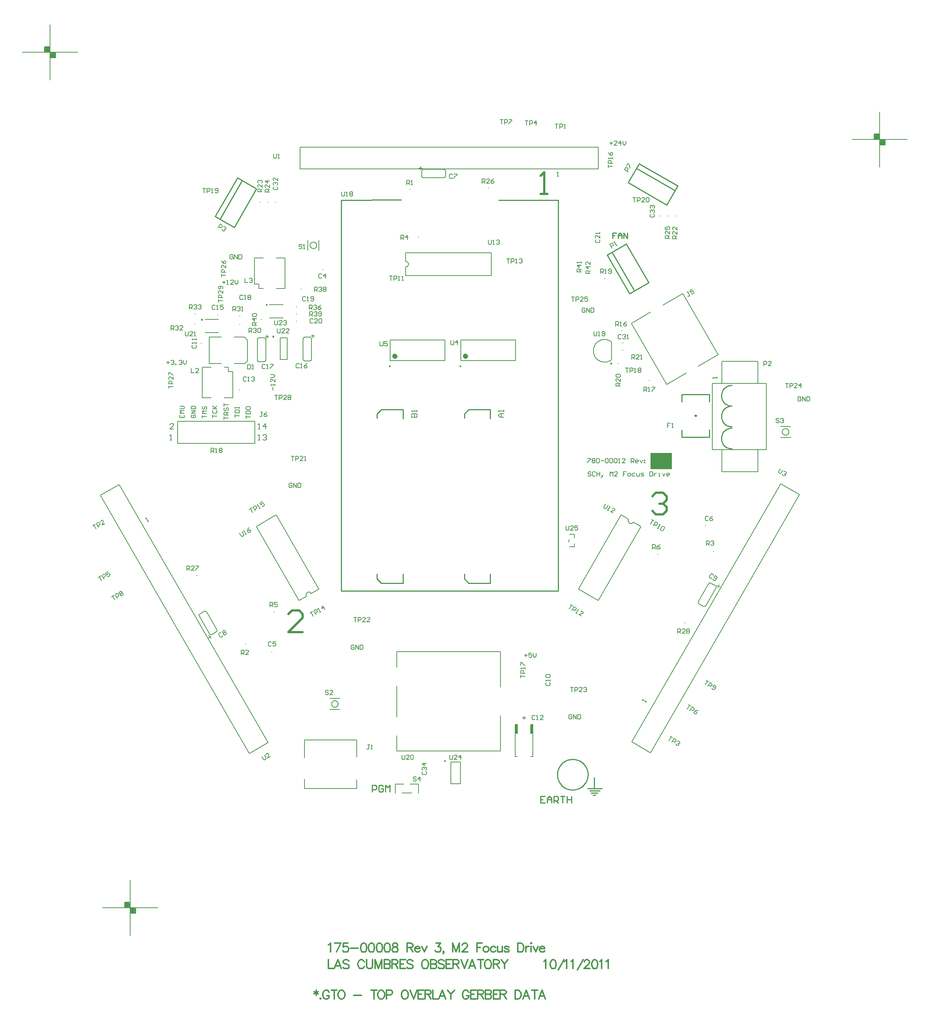
<source format=gto>
%FSLAX23Y23*%
%MOIN*%
G70*
G01*
G75*
G04 Layer_Color=65535*
%ADD10R,0.057X0.012*%
%ADD11R,0.025X0.185*%
%ADD12R,0.025X0.100*%
%ADD13O,0.079X0.024*%
%ADD14R,0.070X0.135*%
%ADD15R,0.036X0.036*%
%ADD16R,0.094X0.102*%
G04:AMPARAMS|DCode=17|XSize=78mil|YSize=48mil|CornerRadius=0mil|HoleSize=0mil|Usage=FLASHONLY|Rotation=240.000|XOffset=0mil|YOffset=0mil|HoleType=Round|Shape=Rectangle|*
%AMROTATEDRECTD17*
4,1,4,-0.001,0.046,0.040,0.022,0.001,-0.046,-0.040,-0.022,-0.001,0.046,0.0*
%
%ADD17ROTATEDRECTD17*%

%ADD18R,0.063X0.075*%
%ADD19R,0.050X0.050*%
%ADD20R,0.209X0.079*%
%ADD21R,0.200X0.040*%
%ADD22R,0.200X0.150*%
%ADD23R,0.087X0.059*%
%ADD24R,0.060X0.126*%
%ADD25O,0.012X0.069*%
%ADD26R,0.065X0.094*%
%ADD27O,0.027X0.010*%
%ADD28O,0.024X0.010*%
%ADD29R,0.039X0.059*%
%ADD30R,0.040X0.067*%
%ADD31R,0.051X0.059*%
%ADD32R,0.059X0.051*%
%ADD33O,0.098X0.028*%
%ADD34R,0.050X0.050*%
%ADD35R,0.048X0.078*%
%ADD36R,0.078X0.048*%
G04:AMPARAMS|DCode=37|XSize=78mil|YSize=48mil|CornerRadius=0mil|HoleSize=0mil|Usage=FLASHONLY|Rotation=120.000|XOffset=0mil|YOffset=0mil|HoleType=Round|Shape=Rectangle|*
%AMROTATEDRECTD37*
4,1,4,0.040,-0.022,-0.001,-0.046,-0.040,0.022,0.001,0.046,0.040,-0.022,0.0*
%
%ADD37ROTATEDRECTD37*%

%ADD38R,0.067X0.040*%
G04:AMPARAMS|DCode=39|XSize=135mil|YSize=70mil|CornerRadius=0mil|HoleSize=0mil|Usage=FLASHONLY|Rotation=30.000|XOffset=0mil|YOffset=0mil|HoleType=Round|Shape=Rectangle|*
%AMROTATEDRECTD39*
4,1,4,-0.041,-0.064,-0.076,-0.003,0.041,0.064,0.076,0.003,-0.041,-0.064,0.0*
%
%ADD39ROTATEDRECTD39*%

G04:AMPARAMS|DCode=40|XSize=135mil|YSize=70mil|CornerRadius=0mil|HoleSize=0mil|Usage=FLASHONLY|Rotation=150.000|XOffset=0mil|YOffset=0mil|HoleType=Round|Shape=Rectangle|*
%AMROTATEDRECTD40*
4,1,4,0.076,-0.003,0.041,-0.064,-0.076,0.003,-0.041,0.064,0.076,-0.003,0.0*
%
%ADD40ROTATEDRECTD40*%

%ADD41C,0.020*%
%ADD42C,0.005*%
%ADD43C,0.010*%
%ADD44C,0.050*%
%ADD45C,0.030*%
%ADD46C,0.012*%
%ADD47C,0.008*%
%ADD48C,0.012*%
%ADD49C,0.012*%
%ADD50R,0.079X0.039*%
%ADD51O,0.079X0.039*%
%ADD52C,0.079*%
%ADD53C,0.157*%
%ADD54C,0.120*%
%ADD55C,0.220*%
%ADD56C,0.039*%
%ADD57C,0.085*%
%ADD58C,0.055*%
%ADD59C,0.116*%
%ADD60P,0.078X4X165.0*%
%ADD61C,0.059*%
%ADD62P,0.084X4X255.0*%
%ADD63C,0.050*%
%ADD64P,0.099X4X105.0*%
%ADD65C,0.070*%
%ADD66C,0.219*%
%ADD67R,0.098X0.098*%
%ADD68C,0.098*%
%ADD69R,0.059X0.059*%
%ADD70C,0.059*%
%ADD71P,0.084X4X285.0*%
%ADD72P,0.084X4X195.0*%
%ADD73P,0.084X4X255.0*%
%ADD74R,0.059X0.059*%
%ADD75P,0.084X4X345.0*%
%ADD76R,0.070X0.070*%
%ADD77P,0.099X4X345.0*%
%ADD78P,0.084X4X375.0*%
%ADD79R,0.059X0.059*%
%ADD80C,0.335*%
%ADD81C,0.531*%
%ADD82C,0.413*%
%ADD83C,0.236*%
%ADD84C,0.026*%
%ADD85C,0.024*%
%ADD86C,0.030*%
%ADD87C,0.020*%
%ADD88C,0.040*%
%ADD89C,0.070*%
%ADD90C,0.076*%
%ADD91C,0.131*%
G04:AMPARAMS|DCode=92|XSize=130mil|YSize=130mil|CornerRadius=0mil|HoleSize=0mil|Usage=FLASHONLY|Rotation=0.000|XOffset=0mil|YOffset=0mil|HoleType=Round|Shape=Relief|Width=10mil|Gap=10mil|Entries=4|*
%AMTHD92*
7,0,0,0.130,0.110,0.010,45*
%
%ADD92THD92*%
%ADD93C,0.110*%
%ADD94C,0.206*%
%ADD95C,0.080*%
%ADD96C,0.102*%
%ADD97C,0.075*%
%ADD98C,0.168*%
%ADD99C,0.075*%
G04:AMPARAMS|DCode=100|XSize=95.433mil|YSize=95.433mil|CornerRadius=0mil|HoleSize=0mil|Usage=FLASHONLY|Rotation=0.000|XOffset=0mil|YOffset=0mil|HoleType=Round|Shape=Relief|Width=10mil|Gap=10mil|Entries=4|*
%AMTHD100*
7,0,0,0.095,0.075,0.010,45*
%
%ADD100THD100*%
%ADD101C,0.080*%
%ADD102C,0.099*%
%ADD103C,0.075*%
%ADD104C,0.375*%
%ADD105C,0.571*%
%ADD106C,0.257*%
%ADD107C,0.158*%
%ADD108C,0.053*%
%ADD109C,0.052*%
%ADD110C,0.065*%
G04:AMPARAMS|DCode=111|XSize=89.528mil|YSize=89.528mil|CornerRadius=0mil|HoleSize=0mil|Usage=FLASHONLY|Rotation=0.000|XOffset=0mil|YOffset=0mil|HoleType=Round|Shape=Relief|Width=10mil|Gap=10mil|Entries=4|*
%AMTHD111*
7,0,0,0.090,0.070,0.010,45*
%
%ADD111THD111*%
G04:AMPARAMS|DCode=112|XSize=96.221mil|YSize=96.221mil|CornerRadius=0mil|HoleSize=0mil|Usage=FLASHONLY|Rotation=0.000|XOffset=0mil|YOffset=0mil|HoleType=Round|Shape=Relief|Width=10mil|Gap=10mil|Entries=4|*
%AMTHD112*
7,0,0,0.096,0.076,0.010,45*
%
%ADD112THD112*%
G04:AMPARAMS|DCode=113|XSize=150.551mil|YSize=150.551mil|CornerRadius=0mil|HoleSize=0mil|Usage=FLASHONLY|Rotation=0.000|XOffset=0mil|YOffset=0mil|HoleType=Round|Shape=Relief|Width=10mil|Gap=10mil|Entries=4|*
%AMTHD113*
7,0,0,0.151,0.131,0.010,45*
%
%ADD113THD113*%
G04:AMPARAMS|DCode=114|XSize=122mil|YSize=122mil|CornerRadius=0mil|HoleSize=0mil|Usage=FLASHONLY|Rotation=0.000|XOffset=0mil|YOffset=0mil|HoleType=Round|Shape=Relief|Width=10mil|Gap=10mil|Entries=4|*
%AMTHD114*
7,0,0,0.122,0.102,0.010,45*
%
%ADD114THD114*%
G04:AMPARAMS|DCode=115|XSize=95mil|YSize=95mil|CornerRadius=0mil|HoleSize=0mil|Usage=FLASHONLY|Rotation=0.000|XOffset=0mil|YOffset=0mil|HoleType=Round|Shape=Relief|Width=10mil|Gap=10mil|Entries=4|*
%AMTHD115*
7,0,0,0.095,0.075,0.010,45*
%
%ADD115THD115*%
G04:AMPARAMS|DCode=116|XSize=90mil|YSize=90mil|CornerRadius=0mil|HoleSize=0mil|Usage=FLASHONLY|Rotation=0.000|XOffset=0mil|YOffset=0mil|HoleType=Round|Shape=Relief|Width=10mil|Gap=10mil|Entries=4|*
%AMTHD116*
7,0,0,0.090,0.070,0.010,45*
%
%ADD116THD116*%
G04:AMPARAMS|DCode=117|XSize=100mil|YSize=100mil|CornerRadius=0mil|HoleSize=0mil|Usage=FLASHONLY|Rotation=0.000|XOffset=0mil|YOffset=0mil|HoleType=Round|Shape=Relief|Width=10mil|Gap=10mil|Entries=4|*
%AMTHD117*
7,0,0,0.100,0.080,0.010,45*
%
%ADD117THD117*%
G04:AMPARAMS|DCode=118|XSize=95.433mil|YSize=95.433mil|CornerRadius=0mil|HoleSize=0mil|Usage=FLASHONLY|Rotation=0.000|XOffset=0mil|YOffset=0mil|HoleType=Round|Shape=Relief|Width=10mil|Gap=10mil|Entries=4|*
%AMTHD118*
7,0,0,0.095,0.075,0.010,45*
%
%ADD118THD118*%
G04:AMPARAMS|DCode=119|XSize=72.992mil|YSize=72.992mil|CornerRadius=0mil|HoleSize=0mil|Usage=FLASHONLY|Rotation=0.000|XOffset=0mil|YOffset=0mil|HoleType=Round|Shape=Relief|Width=10mil|Gap=10mil|Entries=4|*
%AMTHD119*
7,0,0,0.073,0.053,0.010,45*
%
%ADD119THD119*%
G04:AMPARAMS|DCode=120|XSize=72mil|YSize=72mil|CornerRadius=0mil|HoleSize=0mil|Usage=FLASHONLY|Rotation=0.000|XOffset=0mil|YOffset=0mil|HoleType=Round|Shape=Relief|Width=10mil|Gap=10mil|Entries=4|*
%AMTHD120*
7,0,0,0.072,0.052,0.010,45*
%
%ADD120THD120*%
G04:AMPARAMS|DCode=121|XSize=85mil|YSize=85mil|CornerRadius=0mil|HoleSize=0mil|Usage=FLASHONLY|Rotation=0.000|XOffset=0mil|YOffset=0mil|HoleType=Round|Shape=Relief|Width=10mil|Gap=10mil|Entries=4|*
%AMTHD121*
7,0,0,0.085,0.065,0.010,45*
%
%ADD121THD121*%
G04:AMPARAMS|DCode=122|XSize=28mil|YSize=98mil|CornerRadius=0mil|HoleSize=0mil|Usage=FLASHONLY|Rotation=210.000|XOffset=0mil|YOffset=0mil|HoleType=Round|Shape=Round|*
%AMOVALD122*
21,1,0.071,0.028,0.000,0.000,300.0*
1,1,0.028,-0.018,0.031*
1,1,0.028,0.018,-0.031*
%
%ADD122OVALD122*%

G04:AMPARAMS|DCode=123|XSize=79mil|YSize=236mil|CornerRadius=0mil|HoleSize=0mil|Usage=FLASHONLY|Rotation=240.000|XOffset=0mil|YOffset=0mil|HoleType=Round|Shape=Rectangle|*
%AMROTATEDRECTD123*
4,1,4,-0.083,0.093,0.122,-0.025,0.083,-0.093,-0.122,0.025,-0.083,0.093,0.0*
%
%ADD123ROTATEDRECTD123*%

%ADD124R,0.025X0.070*%
%ADD125R,0.236X0.079*%
G04:AMPARAMS|DCode=126|XSize=79mil|YSize=236mil|CornerRadius=0mil|HoleSize=0mil|Usage=FLASHONLY|Rotation=120.000|XOffset=0mil|YOffset=0mil|HoleType=Round|Shape=Rectangle|*
%AMROTATEDRECTD126*
4,1,4,0.122,0.025,-0.083,-0.093,-0.122,-0.025,0.083,0.093,0.122,0.025,0.0*
%
%ADD126ROTATEDRECTD126*%

%ADD127P,0.071X4X285.0*%
%ADD128P,0.071X4X165.0*%
G04:AMPARAMS|DCode=129|XSize=28mil|YSize=98mil|CornerRadius=0mil|HoleSize=0mil|Usage=FLASHONLY|Rotation=330.000|XOffset=0mil|YOffset=0mil|HoleType=Round|Shape=Round|*
%AMOVALD129*
21,1,0.071,0.028,0.000,0.000,60.0*
1,1,0.028,-0.018,-0.031*
1,1,0.028,0.018,0.031*
%
%ADD129OVALD129*%

%ADD130C,0.075*%
%ADD131C,0.010*%
%ADD132C,0.008*%
%ADD133C,0.020*%
%ADD134C,0.024*%
%ADD135C,0.007*%
%ADD136C,0.010*%
%ADD137C,0.006*%
%ADD138C,0.007*%
%ADD139R,0.020X0.082*%
%ADD140R,0.195X0.150*%
D43*
X34051Y31926D02*
X34041Y31926D01*
X34031Y31924D01*
X34021Y31921D01*
X34012Y31918D01*
X34003Y31913D01*
X33994Y31907D01*
X33986Y31901D01*
X33979Y31893D01*
X33973Y31885D01*
X33968Y31876D01*
X33964Y31867D01*
X33960Y31858D01*
X33958Y31848D01*
X33957Y31837D01*
Y31827D01*
X33958Y31817D01*
X33960Y31807D01*
X33964Y31798D01*
X33968Y31788D01*
X33973Y31780D01*
X33979Y31772D01*
X33986Y31764D01*
X33994Y31758D01*
X34003Y31752D01*
X34012Y31747D01*
X34021Y31743D01*
X34031Y31741D01*
X34041Y31739D01*
X34051Y31739D01*
X34051Y32114D02*
X34041Y32113D01*
X34031Y32112D01*
X34021Y32109D01*
X34012Y32105D01*
X34003Y32101D01*
X33994Y32095D01*
X33986Y32088D01*
X33979Y32081D01*
X33973Y32073D01*
X33968Y32064D01*
X33964Y32055D01*
X33960Y32045D01*
X33958Y32035D01*
X33957Y32025D01*
Y32015D01*
X33958Y32005D01*
X33960Y31995D01*
X33964Y31985D01*
X33968Y31976D01*
X33973Y31967D01*
X33979Y31959D01*
X33986Y31952D01*
X33994Y31945D01*
X34003Y31940D01*
X34012Y31935D01*
X34021Y31931D01*
X34031Y31928D01*
X34041Y31927D01*
X34051Y31926D01*
X34051Y31726D02*
X34041Y31726D01*
X34031Y31724D01*
X34021Y31721D01*
X34012Y31718D01*
X34003Y31713D01*
X33994Y31707D01*
X33986Y31701D01*
X33979Y31693D01*
X33973Y31685D01*
X33968Y31676D01*
X33964Y31667D01*
X33960Y31658D01*
X33958Y31648D01*
X33957Y31637D01*
Y31627D01*
X33958Y31617D01*
X33960Y31607D01*
X33964Y31598D01*
X33968Y31588D01*
X33973Y31580D01*
X33979Y31572D01*
X33986Y31564D01*
X33994Y31558D01*
X34003Y31552D01*
X34012Y31547D01*
X34021Y31543D01*
X34031Y31541D01*
X34041Y31539D01*
X34051Y31539D01*
X32748Y28587D02*
X32747Y28597D01*
X32746Y28607D01*
X32744Y28617D01*
X32742Y28626D01*
X32739Y28636D01*
X32735Y28645D01*
X32730Y28654D01*
X32725Y28663D01*
X32719Y28671D01*
X32713Y28679D01*
X32706Y28686D01*
X32699Y28693D01*
X32691Y28699D01*
X32683Y28704D01*
X32674Y28709D01*
X32665Y28714D01*
X32656Y28717D01*
X32646Y28721D01*
X32636Y28723D01*
X32626Y28724D01*
X32616Y28725D01*
X32606Y28726D01*
X32596Y28725D01*
X32586Y28724D01*
X32577Y28722D01*
X32567Y28719D01*
X32557Y28716D01*
X32548Y28712D01*
X32539Y28707D01*
X32531Y28702D01*
X32523Y28696D01*
X32515Y28689D01*
X32508Y28682D01*
X32501Y28675D01*
X32495Y28667D01*
X32490Y28658D01*
X32485Y28650D01*
X32481Y28640D01*
X32477Y28631D01*
X32474Y28622D01*
X32472Y28612D01*
X32471Y28602D01*
X32470Y28592D01*
Y28582D01*
X32471Y28572D01*
X32472Y28562D01*
X32474Y28552D01*
X32477Y28542D01*
X32481Y28533D01*
X32485Y28524D01*
X32490Y28515D01*
X32495Y28507D01*
X32501Y28499D01*
X32508Y28491D01*
X32515Y28484D01*
X32523Y28478D01*
X32531Y28472D01*
X32539Y28467D01*
X32548Y28462D01*
X32557Y28458D01*
X32567Y28455D01*
X32577Y28452D01*
X32586Y28450D01*
X32596Y28449D01*
X32606Y28448D01*
X32616Y28448D01*
X32626Y28449D01*
X32636Y28451D01*
X32646Y28453D01*
X32656Y28456D01*
X32665Y28460D01*
X32674Y28464D01*
X32683Y28469D01*
X32691Y28475D01*
X32699Y28481D01*
X32706Y28488D01*
X32713Y28495D01*
X32719Y28503D01*
X32725Y28511D01*
X32730Y28520D01*
X32735Y28529D01*
X32739Y28538D01*
X32742Y28547D01*
X32744Y28557D01*
X32746Y28567D01*
X32747Y28577D01*
X32748Y28587D01*
X29411Y33618D02*
X29613Y33968D01*
X29570Y33993D02*
X29743Y33893D01*
X29367Y33643D02*
X29540Y33543D01*
X29743Y33893D01*
X29367Y33643D02*
X29570Y33993D01*
X33211Y34122D02*
X33562Y33920D01*
X33111Y33949D02*
X33462Y33747D01*
X33111Y33949D02*
X33211Y34122D01*
X33462Y33747D02*
X33562Y33920D01*
X33186Y34079D02*
X33537Y33877D01*
X32965Y33320D02*
X33168Y32970D01*
X32922Y33295D02*
X33095Y33395D01*
X33124Y32945D02*
X33297Y33045D01*
X33095Y33395D02*
X33297Y33045D01*
X32922Y33295D02*
X33124Y32945D01*
X31937Y33792D02*
X32478Y33792D01*
X30510D02*
X31055Y33793D01*
X32806Y28459D02*
Y28559D01*
X32746Y28459D02*
X32876D01*
X32766Y28439D02*
X32856D01*
X32796Y28399D02*
X32816D01*
X32776Y28419D02*
X32836D01*
X30793Y28431D02*
Y28491D01*
X30823D01*
X30833Y28481D01*
Y28461D01*
X30823Y28451D01*
X30793D01*
X30893Y28481D02*
X30883Y28491D01*
X30863D01*
X30853Y28481D01*
Y28441D01*
X30863Y28431D01*
X30883D01*
X30893Y28441D01*
Y28461D01*
X30873D01*
X30913Y28431D02*
Y28491D01*
X30933Y28471D01*
X30953Y28491D01*
Y28431D01*
X33005Y33495D02*
X32972D01*
Y33470D01*
X32989D01*
X32972D01*
Y33445D01*
X33022D02*
Y33478D01*
X33039Y33495D01*
X33055Y33478D01*
Y33445D01*
Y33470D01*
X33022D01*
X33072Y33445D02*
Y33495D01*
X33105Y33445D01*
Y33495D01*
X32359Y28390D02*
X32319D01*
Y28330D01*
X32359D01*
X32319Y28360D02*
X32339D01*
X32379Y28330D02*
Y28370D01*
X32399Y28390D01*
X32419Y28370D01*
Y28330D01*
Y28360D01*
X32379D01*
X32439Y28330D02*
Y28390D01*
X32469D01*
X32479Y28380D01*
Y28360D01*
X32469Y28350D01*
X32439D01*
X32459D02*
X32479Y28330D01*
X32499Y28390D02*
X32539D01*
X32519D01*
Y28330D01*
X32559Y28390D02*
Y28330D01*
Y28360D01*
X32599D01*
Y28390D01*
Y28330D01*
D46*
X30284Y26634D02*
Y26588D01*
X30265Y26622D02*
X30303Y26600D01*
Y26622D02*
X30265Y26600D01*
X30323Y26561D02*
X30319Y26558D01*
X30323Y26554D01*
X30327Y26558D01*
X30323Y26561D01*
X30402Y26615D02*
X30398Y26622D01*
X30390Y26630D01*
X30383Y26634D01*
X30367D01*
X30360Y26630D01*
X30352Y26622D01*
X30348Y26615D01*
X30344Y26603D01*
Y26584D01*
X30348Y26573D01*
X30352Y26565D01*
X30360Y26558D01*
X30367Y26554D01*
X30383D01*
X30390Y26558D01*
X30398Y26565D01*
X30402Y26573D01*
Y26584D01*
X30383D02*
X30402D01*
X30447Y26634D02*
Y26554D01*
X30420Y26634D02*
X30473D01*
X30506D02*
X30498Y26630D01*
X30490Y26622D01*
X30487Y26615D01*
X30483Y26603D01*
Y26584D01*
X30487Y26573D01*
X30490Y26565D01*
X30498Y26558D01*
X30506Y26554D01*
X30521D01*
X30528Y26558D01*
X30536Y26565D01*
X30540Y26573D01*
X30544Y26584D01*
Y26603D01*
X30540Y26615D01*
X30536Y26622D01*
X30528Y26630D01*
X30521Y26634D01*
X30506D01*
X30625Y26588D02*
X30694D01*
X30807Y26634D02*
Y26554D01*
X30780Y26634D02*
X30834D01*
X30866D02*
X30858Y26630D01*
X30851Y26622D01*
X30847Y26615D01*
X30843Y26603D01*
Y26584D01*
X30847Y26573D01*
X30851Y26565D01*
X30858Y26558D01*
X30866Y26554D01*
X30881D01*
X30889Y26558D01*
X30896Y26565D01*
X30900Y26573D01*
X30904Y26584D01*
Y26603D01*
X30900Y26615D01*
X30896Y26622D01*
X30889Y26630D01*
X30881Y26634D01*
X30866D01*
X30923Y26592D02*
X30957D01*
X30968Y26596D01*
X30972Y26600D01*
X30976Y26607D01*
Y26619D01*
X30972Y26626D01*
X30968Y26630D01*
X30957Y26634D01*
X30923D01*
Y26554D01*
X31080Y26634D02*
X31072Y26630D01*
X31064Y26622D01*
X31061Y26615D01*
X31057Y26603D01*
Y26584D01*
X31061Y26573D01*
X31064Y26565D01*
X31072Y26558D01*
X31080Y26554D01*
X31095D01*
X31102Y26558D01*
X31110Y26565D01*
X31114Y26573D01*
X31118Y26584D01*
Y26603D01*
X31114Y26615D01*
X31110Y26622D01*
X31102Y26630D01*
X31095Y26634D01*
X31080D01*
X31136D02*
X31167Y26554D01*
X31197Y26634D02*
X31167Y26554D01*
X31257Y26634D02*
X31208D01*
Y26554D01*
X31257D01*
X31208Y26596D02*
X31238D01*
X31270Y26634D02*
Y26554D01*
Y26634D02*
X31305D01*
X31316Y26630D01*
X31320Y26626D01*
X31324Y26619D01*
Y26611D01*
X31320Y26603D01*
X31316Y26600D01*
X31305Y26596D01*
X31270D01*
X31297D02*
X31324Y26554D01*
X31342Y26634D02*
Y26554D01*
X31387D01*
X31457D02*
X31427Y26634D01*
X31396Y26554D01*
X31407Y26580D02*
X31446D01*
X31476Y26634D02*
X31506Y26596D01*
Y26554D01*
X31537Y26634D02*
X31506Y26596D01*
X31667Y26615D02*
X31663Y26622D01*
X31655Y26630D01*
X31648Y26634D01*
X31633D01*
X31625Y26630D01*
X31617Y26622D01*
X31614Y26615D01*
X31610Y26603D01*
Y26584D01*
X31614Y26573D01*
X31617Y26565D01*
X31625Y26558D01*
X31633Y26554D01*
X31648D01*
X31655Y26558D01*
X31663Y26565D01*
X31667Y26573D01*
Y26584D01*
X31648D02*
X31667D01*
X31735Y26634D02*
X31685D01*
Y26554D01*
X31735D01*
X31685Y26596D02*
X31716D01*
X31748Y26634D02*
Y26554D01*
Y26634D02*
X31782D01*
X31794Y26630D01*
X31797Y26626D01*
X31801Y26619D01*
Y26611D01*
X31797Y26603D01*
X31794Y26600D01*
X31782Y26596D01*
X31748D01*
X31775D02*
X31801Y26554D01*
X31819Y26634D02*
Y26554D01*
Y26634D02*
X31853D01*
X31865Y26630D01*
X31869Y26626D01*
X31873Y26619D01*
Y26611D01*
X31869Y26603D01*
X31865Y26600D01*
X31853Y26596D01*
X31819D02*
X31853D01*
X31865Y26592D01*
X31869Y26588D01*
X31873Y26580D01*
Y26569D01*
X31869Y26561D01*
X31865Y26558D01*
X31853Y26554D01*
X31819D01*
X31940Y26634D02*
X31890D01*
Y26554D01*
X31940D01*
X31890Y26596D02*
X31921D01*
X31953Y26634D02*
Y26554D01*
Y26634D02*
X31988D01*
X31999Y26630D01*
X32003Y26626D01*
X32007Y26619D01*
Y26611D01*
X32003Y26603D01*
X31999Y26600D01*
X31988Y26596D01*
X31953D01*
X31980D02*
X32007Y26554D01*
X32087Y26634D02*
Y26554D01*
Y26634D02*
X32114D01*
X32125Y26630D01*
X32133Y26622D01*
X32137Y26615D01*
X32141Y26603D01*
Y26584D01*
X32137Y26573D01*
X32133Y26565D01*
X32125Y26558D01*
X32114Y26554D01*
X32087D01*
X32219D02*
X32189Y26634D01*
X32159Y26554D01*
X32170Y26580D02*
X32208D01*
X32265Y26634D02*
Y26554D01*
X32238Y26634D02*
X32291D01*
X32362Y26554D02*
X32331Y26634D01*
X32301Y26554D01*
X32312Y26580D02*
X32351D01*
D47*
X33909Y30278D02*
X33910Y30289D01*
X33904Y30297D01*
X33862Y30321D02*
X33851Y30323D01*
X33843Y30316D01*
X33749Y30153D02*
X33748Y30143D01*
X33754Y30134D01*
X33796Y30110D02*
X33806Y30109D01*
X33815Y30115D01*
X29813Y32328D02*
X29823Y32332D01*
X29827Y32342D01*
X29751D02*
X29755Y32332D01*
X29765Y32328D01*
Y32544D02*
X29755Y32540D01*
X29751Y32530D01*
X29827D02*
X29823Y32540D01*
X29813Y32544D01*
X30228Y32333D02*
X30238Y32337D01*
X30242Y32347D01*
X30166D02*
X30170Y32337D01*
X30180Y32333D01*
Y32549D02*
X30170Y32545D01*
X30166Y32535D01*
X30242D02*
X30238Y32545D01*
X30228Y32549D01*
X31255Y34069D02*
X31245Y34065D01*
X31241Y34055D01*
Y34007D02*
X31245Y33997D01*
X31255Y33993D01*
X31443D02*
X31453Y33997D01*
X31457Y34007D01*
Y34055D02*
X31453Y34065D01*
X31443Y34069D01*
X29318Y29860D02*
X29326Y29854D01*
X29337Y29855D01*
X29379Y29879D02*
X29385Y29888D01*
X29384Y29898D01*
X29290Y30061D02*
X29281Y30068D01*
X29271Y30066D01*
X29229Y30042D02*
X29223Y30034D01*
X29224Y30023D01*
X32089Y28751D02*
Y29041D01*
X32249Y28751D02*
Y29041D01*
X32109Y28959D02*
Y29041D01*
X32229Y28959D02*
Y29041D01*
X32089Y28751D02*
X32109D01*
X32089Y29041D02*
X32109D01*
X32229D02*
X32249D01*
X32229Y28751D02*
X32249D01*
X32089Y28959D02*
X32109D01*
X32229D02*
X32249D01*
X33754Y30134D02*
X33796Y30110D01*
X33862Y30321D02*
X33904Y30297D01*
X33815Y30115D02*
X33909Y30278D01*
X33749Y30153D02*
X33843Y30316D01*
X29751Y32342D02*
Y32530D01*
X29827Y32342D02*
Y32530D01*
X29765Y32544D02*
X29813D01*
X29765Y32328D02*
X29813D01*
X30166Y32347D02*
Y32535D01*
X30242Y32347D02*
Y32535D01*
X30180Y32549D02*
X30228D01*
X30180Y32333D02*
X30228D01*
X31457Y34007D02*
Y34055D01*
X31241Y34007D02*
Y34055D01*
X31255Y34069D02*
X31443D01*
X31255Y33993D02*
X31443D01*
X29229Y30042D02*
X29271Y30066D01*
X29337Y29855D02*
X29379Y29879D01*
X29224Y30023D02*
X29318Y29860D01*
X29290Y30061D02*
X29384Y29898D01*
X32802Y32602D02*
Y32569D01*
X32809Y32562D01*
X32822D01*
X32829Y32569D01*
Y32602D01*
X32842Y32562D02*
X32856D01*
X32849D01*
Y32602D01*
X32842Y32596D01*
X32876Y32569D02*
X32882Y32562D01*
X32896D01*
X32902Y32569D01*
Y32596D01*
X32896Y32602D01*
X32882D01*
X32876Y32596D01*
Y32589D01*
X32882Y32582D01*
X32902D01*
X30767Y28856D02*
X30753D01*
X30760D01*
Y28822D01*
X30753Y28816D01*
X30747D01*
X30740Y28822D01*
X30780Y28816D02*
X30793D01*
X30787D01*
Y28856D01*
X30780Y28849D01*
X30515Y33868D02*
Y33834D01*
X30522Y33828D01*
X30535D01*
X30541Y33834D01*
Y33868D01*
X30555Y33828D02*
X30568D01*
X30561D01*
Y33868D01*
X30555Y33861D01*
X30588D02*
X30595Y33868D01*
X30608D01*
X30615Y33861D01*
Y33854D01*
X30608Y33848D01*
X30615Y33841D01*
Y33834D01*
X30608Y33828D01*
X30595D01*
X30588Y33834D01*
Y33841D01*
X30595Y33848D01*
X30588Y33854D01*
Y33861D01*
X30595Y33848D02*
X30608D01*
X31494Y28765D02*
Y28731D01*
X31501Y28725D01*
X31514D01*
X31521Y28731D01*
Y28765D01*
X31561Y28725D02*
X31534D01*
X31561Y28751D01*
Y28758D01*
X31554Y28765D01*
X31541D01*
X31534Y28758D01*
X31594Y28725D02*
Y28765D01*
X31574Y28745D01*
X31601D01*
X33154Y33813D02*
X33181D01*
X33167D01*
Y33773D01*
X33194D02*
Y33813D01*
X33214D01*
X33221Y33806D01*
Y33793D01*
X33214Y33786D01*
X33194D01*
X33261Y33773D02*
X33234D01*
X33261Y33799D01*
Y33806D01*
X33254Y33813D01*
X33241D01*
X33234Y33806D01*
X33274D02*
X33281Y33813D01*
X33294D01*
X33301Y33806D01*
Y33779D01*
X33294Y33773D01*
X33281D01*
X33274Y33779D01*
Y33806D01*
X32548Y30842D02*
Y30808D01*
X32555Y30802D01*
X32568D01*
X32575Y30808D01*
Y30842D01*
X32615Y30802D02*
X32588D01*
X32615Y30828D01*
Y30835D01*
X32608Y30842D01*
X32595D01*
X32588Y30835D01*
X32654Y30842D02*
X32628D01*
Y30822D01*
X32641Y30828D01*
X32648D01*
X32654Y30822D01*
Y30808D01*
X32648Y30802D01*
X32634D01*
X32628Y30808D01*
X32268Y29117D02*
X32261Y29124D01*
X32248D01*
X32241Y29117D01*
Y29090D01*
X32248Y29084D01*
X32261D01*
X32268Y29090D01*
X32281Y29084D02*
X32294D01*
X32288D01*
Y29124D01*
X32281Y29117D01*
X32341Y29084D02*
X32314D01*
X32341Y29110D01*
Y29117D01*
X32334Y29124D01*
X32321D01*
X32314Y29117D01*
X33884Y30390D02*
X33881Y30399D01*
X33870Y30406D01*
X33861Y30404D01*
X33847Y30381D01*
X33850Y30371D01*
X33861Y30365D01*
X33870Y30367D01*
X33882Y30361D02*
X33884Y30351D01*
X33896Y30345D01*
X33905Y30347D01*
X33918Y30370D01*
X33916Y30379D01*
X33904Y30386D01*
X33895Y30384D01*
X33892Y30378D01*
X33894Y30369D01*
X33912Y30359D01*
X29620Y32924D02*
X29613Y32931D01*
X29600D01*
X29593Y32924D01*
Y32897D01*
X29600Y32891D01*
X29613D01*
X29620Y32897D01*
X29633Y32891D02*
X29646D01*
X29640D01*
Y32931D01*
X29633Y32924D01*
X29666D02*
X29673Y32931D01*
X29686D01*
X29693Y32924D01*
Y32917D01*
X29686Y32911D01*
X29693Y32904D01*
Y32897D01*
X29686Y32891D01*
X29673D01*
X29666Y32897D01*
Y32904D01*
X29673Y32911D01*
X29666Y32917D01*
Y32924D01*
X29673Y32911D02*
X29686D01*
X31251Y28613D02*
X31244Y28607D01*
Y28593D01*
X31251Y28587D01*
X31277D01*
X31284Y28593D01*
Y28607D01*
X31277Y28613D01*
X31251Y28627D02*
X31244Y28633D01*
Y28647D01*
X31251Y28653D01*
X31257D01*
X31264Y28647D01*
Y28640D01*
Y28647D01*
X31271Y28653D01*
X31277D01*
X31284Y28647D01*
Y28633D01*
X31277Y28627D01*
X31284Y28687D02*
X31244D01*
X31264Y28667D01*
Y28693D01*
X33496Y31771D02*
X33469D01*
Y31751D01*
X33482D01*
X33469D01*
Y31731D01*
X33509D02*
X33522D01*
X33516D01*
Y31771D01*
X33509Y31764D01*
X33658Y32964D02*
X33646Y32957D01*
X33652Y32960D01*
X33669Y32932D01*
X33666Y32922D01*
X33661Y32919D01*
X33652Y32922D01*
X33693Y32984D02*
X33670Y32970D01*
X33680Y32953D01*
X33688Y32966D01*
X33693Y32969D01*
X33703Y32966D01*
X33709Y32955D01*
X33707Y32946D01*
X33695Y32939D01*
X33686Y32942D01*
X29588Y30774D02*
X29605Y30746D01*
X29614Y30743D01*
X29625Y30750D01*
X29628Y30759D01*
X29611Y30788D01*
X29643Y30760D02*
X29654Y30766D01*
X29648Y30763D01*
X29628Y30798D01*
X29626Y30789D01*
X29674Y30824D02*
X29666Y30812D01*
X29661Y30794D01*
X29668Y30782D01*
X29677Y30780D01*
X29689Y30786D01*
X29691Y30796D01*
X29688Y30801D01*
X29679Y30804D01*
X29661Y30794D01*
X31060Y28765D02*
Y28731D01*
X31067Y28725D01*
X31080D01*
X31087Y28731D01*
Y28765D01*
X31127Y28725D02*
X31100D01*
X31127Y28751D01*
Y28758D01*
X31120Y28765D01*
X31107D01*
X31100Y28758D01*
X31140D02*
X31146Y28765D01*
X31160D01*
X31166Y28758D01*
Y28731D01*
X31160Y28725D01*
X31146D01*
X31140Y28731D01*
Y28758D01*
X29152Y32268D02*
Y32228D01*
X29179D01*
X29219D02*
X29192D01*
X29219Y32254D01*
Y32261D01*
X29212Y32268D01*
X29199D01*
X29192Y32261D01*
X34493Y31358D02*
X34476Y31330D01*
X34479Y31320D01*
X34490Y31314D01*
X34499Y31316D01*
X34516Y31345D01*
X34524Y31333D02*
X34533Y31335D01*
X34545Y31328D01*
X34547Y31319D01*
X34544Y31314D01*
X34535Y31311D01*
X34529Y31314D01*
X34535Y31311D01*
X34537Y31302D01*
X34534Y31296D01*
X34525Y31294D01*
X34513Y31300D01*
X34511Y31310D01*
X34340Y32291D02*
Y32331D01*
X34360D01*
X34367Y32324D01*
Y32311D01*
X34360Y32304D01*
X34340D01*
X34407Y32291D02*
X34380D01*
X34407Y32317D01*
Y32324D01*
X34400Y32331D01*
X34387D01*
X34380Y32324D01*
X29797Y31869D02*
X29783D01*
X29790D01*
Y31835D01*
X29783Y31829D01*
X29777D01*
X29770Y31835D01*
X29837Y31869D02*
X29823Y31862D01*
X29810Y31849D01*
Y31835D01*
X29817Y31829D01*
X29830D01*
X29837Y31835D01*
Y31842D01*
X29830Y31849D01*
X29810D01*
X28992Y31716D02*
X28959D01*
X28992Y31749D01*
Y31757D01*
X28984Y31766D01*
X28967D01*
X28959Y31757D01*
X28959Y31616D02*
X28976D01*
X28967D01*
Y31666D01*
X28959Y31657D01*
X29759Y31716D02*
X29776D01*
X29767D01*
Y31766D01*
X29759Y31757D01*
X29826Y31716D02*
Y31766D01*
X29801Y31741D01*
X29834D01*
X29759Y31616D02*
X29776D01*
X29767D01*
Y31666D01*
X29759Y31657D01*
X29801D02*
X29809Y31666D01*
X29826D01*
X29834Y31657D01*
Y31649D01*
X29826Y31641D01*
X29817D01*
X29826D01*
X29834Y31632D01*
Y31624D01*
X29826Y31616D01*
X29809D01*
X29801Y31624D01*
X29394Y33541D02*
X29414Y33575D01*
X29431Y33565D01*
X29434Y33556D01*
X29427Y33545D01*
X29418Y33542D01*
X29401Y33552D01*
X29445Y33550D02*
X29454Y33552D01*
X29466Y33545D01*
X29468Y33536D01*
X29465Y33531D01*
X29456Y33528D01*
X29450Y33531D01*
X29456Y33528D01*
X29458Y33519D01*
X29455Y33513D01*
X29446Y33511D01*
X29434Y33517D01*
X29432Y33527D01*
X29663Y32301D02*
Y32261D01*
X29683D01*
X29690Y32267D01*
Y32294D01*
X29683Y32301D01*
X29663D01*
X29703Y32261D02*
X29716D01*
X29710D01*
Y32301D01*
X29703Y32294D01*
X30863Y32509D02*
Y32475D01*
X30870Y32469D01*
X30883D01*
X30890Y32475D01*
Y32509D01*
X30930D02*
X30903D01*
Y32489D01*
X30916Y32495D01*
X30923D01*
X30930Y32489D01*
Y32475D01*
X30923Y32469D01*
X30910D01*
X30903Y32475D01*
X29908Y32701D02*
Y32667D01*
X29915Y32661D01*
X29928D01*
X29935Y32667D01*
Y32701D01*
X29975Y32661D02*
X29948D01*
X29975Y32687D01*
Y32694D01*
X29968Y32701D01*
X29955D01*
X29948Y32694D01*
X29988D02*
X29995Y32701D01*
X30008D01*
X30015Y32694D01*
Y32687D01*
X30008Y32681D01*
X30001D01*
X30008D01*
X30015Y32674D01*
Y32667D01*
X30008Y32661D01*
X29995D01*
X29988Y32667D01*
X29099Y32602D02*
Y32568D01*
X29106Y32562D01*
X29119D01*
X29126Y32568D01*
Y32602D01*
X29166Y32562D02*
X29139D01*
X29166Y32588D01*
Y32595D01*
X29159Y32602D01*
X29146D01*
X29139Y32595D01*
X29179Y32562D02*
X29192D01*
X29186D01*
Y32602D01*
X29179Y32595D01*
X31191Y28560D02*
X31184Y28567D01*
X31171D01*
X31164Y28560D01*
Y28553D01*
X31171Y28547D01*
X31184D01*
X31191Y28540D01*
Y28533D01*
X31184Y28527D01*
X31171D01*
X31164Y28533D01*
X31224Y28527D02*
Y28567D01*
X31204Y28547D01*
X31231D01*
X34480Y31808D02*
X34473Y31814D01*
X34460D01*
X34453Y31808D01*
Y31801D01*
X34460Y31794D01*
X34473D01*
X34480Y31788D01*
Y31781D01*
X34473Y31774D01*
X34460D01*
X34453Y31781D01*
X34493Y31808D02*
X34500Y31814D01*
X34513D01*
X34520Y31808D01*
Y31801D01*
X34513Y31794D01*
X34507D01*
X34513D01*
X34520Y31788D01*
Y31781D01*
X34513Y31774D01*
X34500D01*
X34493Y31781D01*
X29332Y31504D02*
Y31544D01*
X29352D01*
X29359Y31537D01*
Y31524D01*
X29352Y31517D01*
X29332D01*
X29345D02*
X29359Y31504D01*
X29372D02*
X29385D01*
X29379D01*
Y31544D01*
X29372Y31537D01*
X29405D02*
X29412Y31544D01*
X29425D01*
X29432Y31537D01*
Y31530D01*
X29425Y31524D01*
X29432Y31517D01*
Y31510D01*
X29425Y31504D01*
X29412D01*
X29405Y31510D01*
Y31517D01*
X29412Y31524D01*
X29405Y31530D01*
Y31537D01*
X29412Y31524D02*
X29425D01*
X32769Y33126D02*
X32729D01*
Y33146D01*
X32736Y33152D01*
X32749D01*
X32756Y33146D01*
Y33126D01*
Y33139D02*
X32769Y33152D01*
Y33186D02*
X32729D01*
X32749Y33166D01*
Y33192D01*
X32769Y33232D02*
Y33206D01*
X32742Y33232D01*
X32736D01*
X32729Y33226D01*
Y33212D01*
X32736Y33206D01*
X32689Y33141D02*
X32649D01*
Y33161D01*
X32656Y33167D01*
X32669D01*
X32676Y33161D01*
Y33141D01*
Y33154D02*
X32689Y33167D01*
Y33201D02*
X32649D01*
X32669Y33181D01*
Y33207D01*
X32689Y33221D02*
Y33234D01*
Y33227D01*
X32649D01*
X32656Y33221D01*
X32821Y33432D02*
X32814Y33426D01*
Y33412D01*
X32821Y33406D01*
X32847D01*
X32854Y33412D01*
Y33426D01*
X32847Y33432D01*
X32854Y33472D02*
Y33446D01*
X32827Y33472D01*
X32821D01*
X32814Y33466D01*
Y33452D01*
X32821Y33446D01*
X32854Y33486D02*
Y33499D01*
Y33492D01*
X32814D01*
X32821Y33486D01*
X29398Y32866D02*
Y32892D01*
Y32879D01*
X29438D01*
Y32906D02*
X29398D01*
Y32926D01*
X29405Y32932D01*
X29418D01*
X29425Y32926D01*
Y32906D01*
X29438Y32972D02*
Y32946D01*
X29411Y32972D01*
X29405D01*
X29398Y32966D01*
Y32952D01*
X29405Y32946D01*
X29431Y32986D02*
X29438Y32992D01*
Y33006D01*
X29431Y33012D01*
X29405D01*
X29398Y33006D01*
Y32992D01*
X29405Y32986D01*
X29411D01*
X29418Y32992D01*
Y33012D01*
X29908Y32023D02*
X29935D01*
X29921D01*
Y31983D01*
X29948D02*
Y32023D01*
X29968D01*
X29975Y32016D01*
Y32003D01*
X29968Y31996D01*
X29948D01*
X30015Y31983D02*
X29988D01*
X30015Y32009D01*
Y32016D01*
X30008Y32023D01*
X29995D01*
X29988Y32016D01*
X30028D02*
X30035Y32023D01*
X30048D01*
X30055Y32016D01*
Y32009D01*
X30048Y32003D01*
X30055Y31996D01*
Y31989D01*
X30048Y31983D01*
X30035D01*
X30028Y31989D01*
Y31996D01*
X30035Y32003D01*
X30028Y32009D01*
Y32016D01*
X30035Y32003D02*
X30048D01*
X28948Y32086D02*
Y32112D01*
Y32099D01*
X28988D01*
Y32126D02*
X28948D01*
Y32146D01*
X28955Y32152D01*
X28968D01*
X28975Y32146D01*
Y32126D01*
X28988Y32192D02*
Y32166D01*
X28961Y32192D01*
X28955D01*
X28948Y32186D01*
Y32172D01*
X28955Y32166D01*
X28948Y32206D02*
Y32232D01*
X28955D01*
X28981Y32206D01*
X28988D01*
X29930Y32627D02*
Y32593D01*
X29937Y32587D01*
X29950D01*
X29957Y32593D01*
Y32627D01*
X29997Y32587D02*
X29970D01*
X29997Y32613D01*
Y32620D01*
X29990Y32627D01*
X29977D01*
X29970Y32620D01*
X30037Y32587D02*
X30010D01*
X30037Y32613D01*
Y32620D01*
X30030Y32627D01*
X30017D01*
X30010Y32620D01*
X29746Y32658D02*
X29706D01*
Y32678D01*
X29713Y32684D01*
X29726D01*
X29733Y32678D01*
Y32658D01*
Y32671D02*
X29746Y32684D01*
Y32718D02*
X29706D01*
X29726Y32698D01*
Y32724D01*
X29713Y32738D02*
X29706Y32744D01*
Y32758D01*
X29713Y32764D01*
X29739D01*
X29746Y32758D01*
Y32744D01*
X29739Y32738D01*
X29713D01*
X30224Y32742D02*
Y32782D01*
X30244D01*
X30251Y32775D01*
Y32762D01*
X30244Y32755D01*
X30224D01*
X30237D02*
X30251Y32742D01*
X30264Y32775D02*
X30271Y32782D01*
X30284D01*
X30291Y32775D01*
Y32768D01*
X30284Y32762D01*
X30277D01*
X30284D01*
X30291Y32755D01*
Y32748D01*
X30284Y32742D01*
X30271D01*
X30264Y32748D01*
X30304D02*
X30311Y32742D01*
X30324D01*
X30331Y32748D01*
Y32775D01*
X30324Y32782D01*
X30311D01*
X30304Y32775D01*
Y32768D01*
X30311Y32762D01*
X30331D01*
X30268Y32964D02*
Y33004D01*
X30288D01*
X30295Y32997D01*
Y32984D01*
X30288Y32977D01*
X30268D01*
X30281D02*
X30295Y32964D01*
X30308Y32997D02*
X30315Y33004D01*
X30328D01*
X30335Y32997D01*
Y32990D01*
X30328Y32984D01*
X30321D01*
X30328D01*
X30335Y32977D01*
Y32970D01*
X30328Y32964D01*
X30315D01*
X30308Y32970D01*
X30348Y32997D02*
X30355Y33004D01*
X30368D01*
X30375Y32997D01*
Y32990D01*
X30368Y32984D01*
X30375Y32977D01*
Y32970D01*
X30368Y32964D01*
X30355D01*
X30348Y32970D01*
Y32977D01*
X30355Y32984D01*
X30348Y32990D01*
Y32997D01*
X30355Y32984D02*
X30368D01*
X30221Y32801D02*
Y32841D01*
X30241D01*
X30248Y32834D01*
Y32821D01*
X30241Y32814D01*
X30221D01*
X30234D02*
X30248Y32801D01*
X30261Y32834D02*
X30268Y32841D01*
X30281D01*
X30288Y32834D01*
Y32827D01*
X30281Y32821D01*
X30274D01*
X30281D01*
X30288Y32814D01*
Y32807D01*
X30281Y32801D01*
X30268D01*
X30261Y32807D01*
X30328Y32841D02*
X30314Y32834D01*
X30301Y32821D01*
Y32807D01*
X30308Y32801D01*
X30321D01*
X30328Y32807D01*
Y32814D01*
X30321Y32821D01*
X30301D01*
X29637Y33085D02*
Y33045D01*
X29664D01*
X29677Y33078D02*
X29684Y33085D01*
X29697D01*
X29704Y33078D01*
Y33071D01*
X29697Y33065D01*
X29690D01*
X29697D01*
X29704Y33058D01*
Y33051D01*
X29697Y33045D01*
X29684D01*
X29677Y33051D01*
X30255Y32709D02*
X30248Y32716D01*
X30235D01*
X30228Y32709D01*
Y32682D01*
X30235Y32676D01*
X30248D01*
X30255Y32682D01*
X30295Y32676D02*
X30268D01*
X30295Y32702D01*
Y32709D01*
X30288Y32716D01*
X30275D01*
X30268Y32709D01*
X30308D02*
X30315Y32716D01*
X30328D01*
X30335Y32709D01*
Y32682D01*
X30328Y32676D01*
X30315D01*
X30308Y32682D01*
Y32709D01*
X30189Y32910D02*
X30182Y32917D01*
X30169D01*
X30162Y32910D01*
Y32883D01*
X30169Y32877D01*
X30182D01*
X30189Y32883D01*
X30202Y32877D02*
X30215D01*
X30209D01*
Y32917D01*
X30202Y32910D01*
X30235Y32883D02*
X30242Y32877D01*
X30255D01*
X30262Y32883D01*
Y32910D01*
X30255Y32917D01*
X30242D01*
X30235Y32910D01*
Y32903D01*
X30242Y32897D01*
X30262D01*
X29823Y32296D02*
X29816Y32303D01*
X29803D01*
X29796Y32296D01*
Y32269D01*
X29803Y32263D01*
X29816D01*
X29823Y32269D01*
X29836Y32263D02*
X29849D01*
X29843D01*
Y32303D01*
X29836Y32296D01*
X29869Y32303D02*
X29896D01*
Y32296D01*
X29869Y32269D01*
Y32263D01*
X30130Y32305D02*
X30123Y32312D01*
X30110D01*
X30103Y32305D01*
Y32278D01*
X30110Y32272D01*
X30123D01*
X30130Y32278D01*
X30143Y32272D02*
X30156D01*
X30150D01*
Y32312D01*
X30143Y32305D01*
X30203Y32312D02*
X30190Y32305D01*
X30176Y32292D01*
Y32278D01*
X30183Y32272D01*
X30196D01*
X30203Y32278D01*
Y32285D01*
X30196Y32292D01*
X30176D01*
X29368Y32834D02*
X29361Y32841D01*
X29348D01*
X29341Y32834D01*
Y32807D01*
X29348Y32801D01*
X29361D01*
X29368Y32807D01*
X29381Y32801D02*
X29394D01*
X29388D01*
Y32841D01*
X29381Y32834D01*
X29441Y32841D02*
X29414D01*
Y32821D01*
X29428Y32827D01*
X29434D01*
X29441Y32821D01*
Y32807D01*
X29434Y32801D01*
X29421D01*
X29414Y32807D01*
X29134Y32804D02*
Y32844D01*
X29154D01*
X29161Y32837D01*
Y32824D01*
X29154Y32817D01*
X29134D01*
X29147D02*
X29161Y32804D01*
X29174Y32837D02*
X29181Y32844D01*
X29194D01*
X29201Y32837D01*
Y32830D01*
X29194Y32824D01*
X29187D01*
X29194D01*
X29201Y32817D01*
Y32810D01*
X29194Y32804D01*
X29181D01*
X29174Y32810D01*
X29214Y32837D02*
X29221Y32844D01*
X29234D01*
X29241Y32837D01*
Y32830D01*
X29234Y32824D01*
X29227D01*
X29234D01*
X29241Y32817D01*
Y32810D01*
X29234Y32804D01*
X29221D01*
X29214Y32810D01*
X28967Y32615D02*
Y32655D01*
X28987D01*
X28994Y32648D01*
Y32635D01*
X28987Y32628D01*
X28967D01*
X28980D02*
X28994Y32615D01*
X29007Y32648D02*
X29014Y32655D01*
X29027D01*
X29034Y32648D01*
Y32641D01*
X29027Y32635D01*
X29020D01*
X29027D01*
X29034Y32628D01*
Y32621D01*
X29027Y32615D01*
X29014D01*
X29007Y32621D01*
X29074Y32615D02*
X29047D01*
X29074Y32641D01*
Y32648D01*
X29067Y32655D01*
X29054D01*
X29047Y32648D01*
X29528Y32786D02*
Y32826D01*
X29548D01*
X29555Y32819D01*
Y32806D01*
X29548Y32799D01*
X29528D01*
X29541D02*
X29555Y32786D01*
X29568Y32819D02*
X29575Y32826D01*
X29588D01*
X29595Y32819D01*
Y32812D01*
X29588Y32806D01*
X29581D01*
X29588D01*
X29595Y32799D01*
Y32792D01*
X29588Y32786D01*
X29575D01*
X29568Y32792D01*
X29608Y32786D02*
X29621D01*
X29615D01*
Y32826D01*
X29608Y32819D01*
X29674Y32591D02*
Y32631D01*
X29694D01*
X29701Y32624D01*
Y32611D01*
X29694Y32604D01*
X29674D01*
X29687D02*
X29701Y32591D01*
X29714Y32624D02*
X29721Y32631D01*
X29734D01*
X29741Y32624D01*
Y32617D01*
X29734Y32611D01*
X29727D01*
X29734D01*
X29741Y32604D01*
Y32597D01*
X29734Y32591D01*
X29721D01*
X29714Y32597D01*
X29754Y32624D02*
X29760Y32631D01*
X29774D01*
X29780Y32624D01*
Y32597D01*
X29774Y32591D01*
X29760D01*
X29754Y32597D01*
Y32624D01*
X29652Y32183D02*
X29645Y32190D01*
X29632D01*
X29625Y32183D01*
Y32156D01*
X29632Y32150D01*
X29645D01*
X29652Y32156D01*
X29665Y32150D02*
X29678D01*
X29672D01*
Y32190D01*
X29665Y32183D01*
X29698D02*
X29705Y32190D01*
X29718D01*
X29725Y32183D01*
Y32176D01*
X29718Y32170D01*
X29712D01*
X29718D01*
X29725Y32163D01*
Y32156D01*
X29718Y32150D01*
X29705D01*
X29698Y32156D01*
X29164Y32478D02*
X29157Y32472D01*
Y32458D01*
X29164Y32452D01*
X29190D01*
X29197Y32458D01*
Y32472D01*
X29190Y32478D01*
X29197Y32492D02*
Y32505D01*
Y32498D01*
X29157D01*
X29164Y32492D01*
X29197Y32525D02*
Y32538D01*
Y32532D01*
X29157D01*
X29164Y32525D01*
X29426Y33096D02*
Y33122D01*
Y33109D01*
X29466D01*
Y33136D02*
X29426D01*
Y33156D01*
X29433Y33162D01*
X29446D01*
X29453Y33156D01*
Y33136D01*
X29466Y33202D02*
Y33176D01*
X29439Y33202D01*
X29433D01*
X29426Y33196D01*
Y33182D01*
X29433Y33176D01*
X29426Y33242D02*
X29433Y33229D01*
X29446Y33216D01*
X29459D01*
X29466Y33222D01*
Y33236D01*
X29459Y33242D01*
X29453D01*
X29446Y33236D01*
Y33216D01*
X32598Y32915D02*
X32625D01*
X32612D01*
Y32875D01*
X32638D02*
Y32915D01*
X32658D01*
X32665Y32909D01*
Y32895D01*
X32658Y32889D01*
X32638D01*
X32705Y32875D02*
X32678D01*
X32705Y32902D01*
Y32909D01*
X32698Y32915D01*
X32685D01*
X32678Y32909D01*
X32745Y32915D02*
X32718D01*
Y32895D01*
X32732Y32902D01*
X32738D01*
X32745Y32895D01*
Y32882D01*
X32738Y32875D01*
X32725D01*
X32718Y32882D01*
X34539Y32132D02*
X34566D01*
X34553D01*
Y32092D01*
X34579D02*
Y32132D01*
X34599D01*
X34606Y32126D01*
Y32112D01*
X34599Y32106D01*
X34579D01*
X34646Y32092D02*
X34619D01*
X34646Y32119D01*
Y32126D01*
X34639Y32132D01*
X34626D01*
X34619Y32126D01*
X34679Y32092D02*
Y32132D01*
X34659Y32112D01*
X34686D01*
X32589Y29377D02*
X32616D01*
X32603D01*
Y29337D01*
X32629D02*
Y29377D01*
X32649D01*
X32656Y29371D01*
Y29357D01*
X32649Y29351D01*
X32629D01*
X32696Y29337D02*
X32669D01*
X32696Y29364D01*
Y29371D01*
X32689Y29377D01*
X32676D01*
X32669Y29371D01*
X32709D02*
X32716Y29377D01*
X32729D01*
X32736Y29371D01*
Y29364D01*
X32729Y29357D01*
X32723D01*
X32729D01*
X32736Y29351D01*
Y29344D01*
X32729Y29337D01*
X32716D01*
X32709Y29344D01*
X30624Y30012D02*
X30651D01*
X30638D01*
Y29972D01*
X30664D02*
Y30012D01*
X30684D01*
X30691Y30006D01*
Y29992D01*
X30684Y29986D01*
X30664D01*
X30731Y29972D02*
X30704D01*
X30731Y29999D01*
Y30006D01*
X30724Y30012D01*
X30711D01*
X30704Y30006D01*
X30771Y29972D02*
X30744D01*
X30771Y29999D01*
Y30006D01*
X30764Y30012D01*
X30751D01*
X30744Y30006D01*
X30059Y31472D02*
X30086D01*
X30073D01*
Y31432D01*
X30099D02*
Y31472D01*
X30119D01*
X30126Y31466D01*
Y31452D01*
X30119Y31446D01*
X30099D01*
X30166Y31432D02*
X30139D01*
X30166Y31459D01*
Y31466D01*
X30159Y31472D01*
X30146D01*
X30139Y31466D01*
X30179Y31432D02*
X30193D01*
X30186D01*
Y31472D01*
X30179Y31466D01*
X33113Y34046D02*
X33078Y34066D01*
X33088Y34083D01*
X33097Y34086D01*
X33109Y34079D01*
X33111Y34070D01*
X33101Y34052D01*
X33098Y34100D02*
X33112Y34124D01*
X33117Y34120D01*
X33127Y34084D01*
X33133Y34080D01*
X32372Y29421D02*
X32365Y29415D01*
Y29401D01*
X32372Y29395D01*
X32398D01*
X32405Y29401D01*
Y29415D01*
X32398Y29421D01*
X32405Y29435D02*
Y29448D01*
Y29441D01*
X32365D01*
X32372Y29435D01*
Y29468D02*
X32365Y29475D01*
Y29488D01*
X32372Y29495D01*
X32398D01*
X32405Y29488D01*
Y29475D01*
X32398Y29468D01*
X32372D01*
X30335Y33118D02*
X30328Y33125D01*
X30315D01*
X30308Y33118D01*
Y33091D01*
X30315Y33085D01*
X30328D01*
X30335Y33091D01*
X30368Y33085D02*
Y33125D01*
X30348Y33105D01*
X30375D01*
X29879Y29785D02*
X29872Y29792D01*
X29859D01*
X29852Y29785D01*
Y29758D01*
X29859Y29752D01*
X29872D01*
X29879Y29758D01*
X29919Y29792D02*
X29892D01*
Y29772D01*
X29905Y29778D01*
X29912D01*
X29919Y29772D01*
Y29758D01*
X29912Y29752D01*
X29899D01*
X29892Y29758D01*
X33837Y30920D02*
X33830Y30927D01*
X33817D01*
X33810Y30920D01*
Y30893D01*
X33817Y30887D01*
X33830D01*
X33837Y30893D01*
X33877Y30927D02*
X33863Y30920D01*
X33850Y30907D01*
Y30893D01*
X33857Y30887D01*
X33870D01*
X33877Y30893D01*
Y30900D01*
X33870Y30907D01*
X33850D01*
X31520Y34021D02*
X31513Y34028D01*
X31500D01*
X31493Y34021D01*
Y33994D01*
X31500Y33988D01*
X31513D01*
X31520Y33994D01*
X31533Y34028D02*
X31560D01*
Y34021D01*
X31533Y33994D01*
Y33988D01*
X29423Y29871D02*
X29414Y29873D01*
X29403Y29867D01*
X29400Y29858D01*
X29414Y29835D01*
X29423Y29832D01*
X29434Y29839D01*
X29437Y29848D01*
X29435Y29878D02*
X29437Y29887D01*
X29449Y29893D01*
X29458Y29891D01*
X29461Y29885D01*
X29459Y29876D01*
X29468Y29874D01*
X29471Y29868D01*
X29469Y29859D01*
X29457Y29852D01*
X29448Y29855D01*
X29445Y29860D01*
X29447Y29869D01*
X29438Y29872D01*
X29435Y29878D01*
X29447Y29869D02*
X29459Y29876D01*
X33048Y32566D02*
X33041Y32573D01*
X33028D01*
X33021Y32566D01*
Y32539D01*
X33028Y32533D01*
X33041D01*
X33048Y32539D01*
X33061Y32566D02*
X33068Y32573D01*
X33081D01*
X33088Y32566D01*
Y32559D01*
X33081Y32553D01*
X33074D01*
X33081D01*
X33088Y32546D01*
Y32539D01*
X33081Y32533D01*
X33068D01*
X33061Y32539D01*
X33101Y32533D02*
X33114D01*
X33108D01*
Y32573D01*
X33101Y32566D01*
X29902Y33912D02*
X29895Y33906D01*
Y33892D01*
X29902Y33886D01*
X29928D01*
X29935Y33892D01*
Y33906D01*
X29928Y33912D01*
X29902Y33926D02*
X29895Y33932D01*
Y33946D01*
X29902Y33952D01*
X29908D01*
X29915Y33946D01*
Y33939D01*
Y33946D01*
X29922Y33952D01*
X29928D01*
X29935Y33946D01*
Y33932D01*
X29928Y33926D01*
X29935Y33992D02*
Y33966D01*
X29908Y33992D01*
X29902D01*
X29895Y33986D01*
Y33972D01*
X29902Y33966D01*
X33317Y33663D02*
X33310Y33657D01*
Y33643D01*
X33317Y33637D01*
X33343D01*
X33350Y33643D01*
Y33657D01*
X33343Y33663D01*
X33317Y33677D02*
X33310Y33683D01*
Y33697D01*
X33317Y33703D01*
X33323D01*
X33330Y33697D01*
Y33690D01*
Y33697D01*
X33337Y33703D01*
X33343D01*
X33350Y33697D01*
Y33683D01*
X33343Y33677D01*
X33317Y33717D02*
X33310Y33723D01*
Y33737D01*
X33317Y33743D01*
X33323D01*
X33330Y33737D01*
Y33730D01*
Y33737D01*
X33337Y33743D01*
X33343D01*
X33350Y33737D01*
Y33723D01*
X33343Y33717D01*
X32966Y33358D02*
X32946Y33392D01*
X32963Y33402D01*
X32972Y33400D01*
X32979Y33388D01*
X32977Y33379D01*
X32959Y33369D01*
X33000Y33378D02*
X33012Y33385D01*
X33006Y33381D01*
X32986Y33416D01*
X32984Y33407D01*
X31104Y33930D02*
Y33970D01*
X31124D01*
X31131Y33963D01*
Y33950D01*
X31124Y33943D01*
X31104D01*
X31117D02*
X31131Y33930D01*
X31144D02*
X31157D01*
X31151D01*
Y33970D01*
X31144Y33963D01*
X29604Y29675D02*
Y29715D01*
X29624D01*
X29631Y29708D01*
Y29695D01*
X29624Y29688D01*
X29604D01*
X29617D02*
X29631Y29675D01*
X29671D02*
X29644D01*
X29671Y29701D01*
Y29708D01*
X29664Y29715D01*
X29651D01*
X29644Y29708D01*
X33820Y30664D02*
Y30704D01*
X33840D01*
X33847Y30698D01*
Y30684D01*
X33840Y30678D01*
X33820D01*
X33834D02*
X33847Y30664D01*
X33860Y30698D02*
X33867Y30704D01*
X33880D01*
X33887Y30698D01*
Y30691D01*
X33880Y30684D01*
X33874D01*
X33880D01*
X33887Y30678D01*
Y30671D01*
X33880Y30664D01*
X33867D01*
X33860Y30671D01*
X31050Y33434D02*
Y33474D01*
X31070D01*
X31077Y33467D01*
Y33454D01*
X31070Y33447D01*
X31050D01*
X31063D02*
X31077Y33434D01*
X31110D02*
Y33474D01*
X31090Y33454D01*
X31117D01*
X29865Y30106D02*
Y30146D01*
X29885D01*
X29892Y30139D01*
Y30126D01*
X29885Y30119D01*
X29865D01*
X29878D02*
X29892Y30106D01*
X29932Y30146D02*
X29905D01*
Y30126D01*
X29918Y30132D01*
X29925D01*
X29932Y30126D01*
Y30112D01*
X29925Y30106D01*
X29912D01*
X29905Y30112D01*
X33333Y30629D02*
Y30669D01*
X33353D01*
X33360Y30662D01*
Y30649D01*
X33353Y30642D01*
X33333D01*
X33346D02*
X33360Y30629D01*
X33400Y30669D02*
X33386Y30662D01*
X33373Y30649D01*
Y30635D01*
X33380Y30629D01*
X33393D01*
X33400Y30635D01*
Y30642D01*
X33393Y30649D01*
X33373D01*
X32999Y32651D02*
Y32691D01*
X33019D01*
X33026Y32684D01*
Y32671D01*
X33019Y32664D01*
X32999D01*
X33012D02*
X33026Y32651D01*
X33039D02*
X33052D01*
X33046D01*
Y32691D01*
X33039Y32684D01*
X33099Y32691D02*
X33086Y32684D01*
X33072Y32671D01*
Y32657D01*
X33079Y32651D01*
X33092D01*
X33099Y32657D01*
Y32664D01*
X33092Y32671D01*
X33072D01*
X33256Y32058D02*
Y32098D01*
X33276D01*
X33283Y32091D01*
Y32078D01*
X33276Y32071D01*
X33256D01*
X33269D02*
X33283Y32058D01*
X33296D02*
X33309D01*
X33303D01*
Y32098D01*
X33296Y32091D01*
X33329Y32098D02*
X33356D01*
Y32091D01*
X33329Y32064D01*
Y32058D01*
X32860Y33128D02*
Y33168D01*
X32880D01*
X32887Y33161D01*
Y33148D01*
X32880Y33141D01*
X32860D01*
X32873D02*
X32887Y33128D01*
X32900D02*
X32913D01*
X32907D01*
Y33168D01*
X32900Y33161D01*
X32933Y33134D02*
X32940Y33128D01*
X32953D01*
X32960Y33134D01*
Y33161D01*
X32953Y33168D01*
X32940D01*
X32933Y33161D01*
Y33154D01*
X32940Y33148D01*
X32960D01*
X33042Y32108D02*
X33002D01*
Y32128D01*
X33009Y32134D01*
X33022D01*
X33029Y32128D01*
Y32108D01*
Y32121D02*
X33042Y32134D01*
Y32174D02*
Y32148D01*
X33015Y32174D01*
X33009D01*
X33002Y32168D01*
Y32154D01*
X33009Y32148D01*
Y32188D02*
X33002Y32194D01*
Y32208D01*
X33009Y32214D01*
X33035D01*
X33042Y32208D01*
Y32194D01*
X33035Y32188D01*
X33009D01*
X33146Y32350D02*
Y32390D01*
X33166D01*
X33173Y32383D01*
Y32370D01*
X33166Y32363D01*
X33146D01*
X33159D02*
X33173Y32350D01*
X33213D02*
X33186D01*
X33213Y32376D01*
Y32383D01*
X33206Y32390D01*
X33193D01*
X33186Y32383D01*
X33226Y32350D02*
X33239D01*
X33233D01*
Y32390D01*
X33226Y32383D01*
X33555Y33440D02*
X33515D01*
Y33460D01*
X33522Y33466D01*
X33535D01*
X33542Y33460D01*
Y33440D01*
Y33453D02*
X33555Y33466D01*
Y33506D02*
Y33480D01*
X33528Y33506D01*
X33522D01*
X33515Y33500D01*
Y33486D01*
X33522Y33480D01*
X33555Y33546D02*
Y33520D01*
X33528Y33546D01*
X33522D01*
X33515Y33540D01*
Y33526D01*
X33522Y33520D01*
X29795Y33866D02*
X29755D01*
Y33886D01*
X29762Y33892D01*
X29775D01*
X29782Y33886D01*
Y33866D01*
Y33879D02*
X29795Y33892D01*
Y33932D02*
Y33906D01*
X29768Y33932D01*
X29762D01*
X29755Y33926D01*
Y33912D01*
X29762Y33906D01*
Y33946D02*
X29755Y33952D01*
Y33966D01*
X29762Y33972D01*
X29768D01*
X29775Y33966D01*
Y33959D01*
Y33966D01*
X29782Y33972D01*
X29788D01*
X29795Y33966D01*
Y33952D01*
X29788Y33946D01*
X29860Y33864D02*
X29820D01*
Y33884D01*
X29827Y33890D01*
X29840D01*
X29847Y33884D01*
Y33864D01*
Y33877D02*
X29860Y33890D01*
Y33930D02*
Y33904D01*
X29833Y33930D01*
X29827D01*
X29820Y33924D01*
Y33910D01*
X29827Y33904D01*
X29860Y33964D02*
X29820D01*
X29840Y33944D01*
Y33970D01*
X33488Y33444D02*
X33448D01*
Y33464D01*
X33455Y33470D01*
X33468D01*
X33475Y33464D01*
Y33444D01*
Y33457D02*
X33488Y33470D01*
Y33510D02*
Y33484D01*
X33461Y33510D01*
X33455D01*
X33448Y33504D01*
Y33490D01*
X33455Y33484D01*
X33448Y33550D02*
Y33524D01*
X33468D01*
X33461Y33537D01*
Y33544D01*
X33468Y33550D01*
X33481D01*
X33488Y33544D01*
Y33530D01*
X33481Y33524D01*
X30154Y33382D02*
X30147Y33389D01*
X30134D01*
X30127Y33382D01*
Y33375D01*
X30134Y33369D01*
X30147D01*
X30154Y33362D01*
Y33355D01*
X30147Y33349D01*
X30134D01*
X30127Y33355D01*
X30167Y33349D02*
X30180D01*
X30174D01*
Y33389D01*
X30167Y33382D01*
X30395Y29343D02*
X30388Y29349D01*
X30375D01*
X30368Y29343D01*
Y29336D01*
X30375Y29329D01*
X30388D01*
X30395Y29323D01*
Y29316D01*
X30388Y29309D01*
X30375D01*
X30368Y29316D01*
X30435Y29309D02*
X30408D01*
X30435Y29336D01*
Y29343D01*
X30428Y29349D01*
X30415D01*
X30408Y29343D01*
X29898Y34212D02*
Y34178D01*
X29905Y34172D01*
X29918D01*
X29925Y34178D01*
Y34212D01*
X29938Y34172D02*
X29951D01*
X29945D01*
Y34212D01*
X29938Y34205D01*
X29791Y28750D02*
X29808Y28722D01*
X29817Y28719D01*
X29828Y28726D01*
X29831Y28735D01*
X29814Y28764D01*
X29869Y28749D02*
X29845Y28736D01*
X29855Y28772D01*
X29852Y28778D01*
X29843Y28780D01*
X29831Y28774D01*
X29829Y28765D01*
X31505Y32519D02*
Y32485D01*
X31512Y32479D01*
X31525D01*
X31532Y32485D01*
Y32519D01*
X31565Y32479D02*
Y32519D01*
X31545Y32499D01*
X31572D01*
X32909Y31040D02*
X32892Y31012D01*
X32895Y31002D01*
X32906Y30996D01*
X32915Y30998D01*
X32932Y31027D01*
X32924Y30986D02*
X32935Y30979D01*
X32929Y30982D01*
X32949Y31017D01*
X32940Y31015D01*
X32975Y30956D02*
X32952Y30969D01*
X32989Y30979D01*
X32992Y30985D01*
X32990Y30994D01*
X32978Y31000D01*
X32969Y30998D01*
X31844Y33432D02*
Y33398D01*
X31851Y33392D01*
X31864D01*
X31871Y33398D01*
Y33432D01*
X31884Y33392D02*
X31897D01*
X31891D01*
Y33432D01*
X31884Y33425D01*
X31917D02*
X31924Y33432D01*
X31937D01*
X31944Y33425D01*
Y33418D01*
X31937Y33412D01*
X31931D01*
X31937D01*
X31944Y33405D01*
Y33398D01*
X31937Y33392D01*
X31924D01*
X31917Y33398D01*
X31788Y33945D02*
Y33985D01*
X31808D01*
X31815Y33978D01*
Y33965D01*
X31808Y33958D01*
X31788D01*
X31801D02*
X31815Y33945D01*
X31855D02*
X31828D01*
X31855Y33971D01*
Y33978D01*
X31848Y33985D01*
X31835D01*
X31828Y33978D01*
X31895Y33985D02*
X31881Y33978D01*
X31868Y33965D01*
Y33951D01*
X31875Y33945D01*
X31888D01*
X31895Y33951D01*
Y33958D01*
X31888Y33965D01*
X31868D01*
X29110Y30438D02*
Y30478D01*
X29130D01*
X29137Y30471D01*
Y30458D01*
X29130Y30451D01*
X29110D01*
X29123D02*
X29137Y30438D01*
X29177D02*
X29150D01*
X29177Y30464D01*
Y30471D01*
X29170Y30478D01*
X29157D01*
X29150Y30471D01*
X29190Y30478D02*
X29217D01*
Y30471D01*
X29190Y30444D01*
Y30438D01*
X33560Y29866D02*
Y29906D01*
X33580D01*
X33587Y29899D01*
Y29886D01*
X33580Y29879D01*
X33560D01*
X33573D02*
X33587Y29866D01*
X33627D02*
X33600D01*
X33627Y29892D01*
Y29899D01*
X33620Y29906D01*
X33607D01*
X33600Y29899D01*
X33640D02*
X33647Y29906D01*
X33660D01*
X33667Y29899D01*
Y29892D01*
X33660Y29886D01*
X33667Y29879D01*
Y29872D01*
X33660Y29866D01*
X33647D01*
X33640Y29872D01*
Y29879D01*
X33647Y29886D01*
X33640Y29892D01*
Y29899D01*
X33647Y29886D02*
X33660D01*
X32450Y34482D02*
X32477D01*
X32463D01*
Y34442D01*
X32490D02*
Y34482D01*
X32510D01*
X32517Y34475D01*
Y34462D01*
X32510Y34455D01*
X32490D01*
X32530Y34442D02*
X32543D01*
X32537D01*
Y34482D01*
X32530Y34475D01*
X28257Y30841D02*
X28280Y30855D01*
X28268Y30848D01*
X28288Y30813D01*
X28312Y30827D02*
X28292Y30861D01*
X28309Y30871D01*
X28318Y30869D01*
X28325Y30857D01*
X28322Y30848D01*
X28305Y30838D01*
X28369Y30860D02*
X28346Y30847D01*
X28356Y30883D01*
X28353Y30889D01*
X28343Y30891D01*
X28332Y30885D01*
X28329Y30876D01*
X33492Y28934D02*
X33515Y28921D01*
X33503Y28928D01*
X33483Y28893D01*
X33507Y28880D02*
X33527Y28914D01*
X33544Y28904D01*
X33546Y28895D01*
X33540Y28884D01*
X33530Y28881D01*
X33513Y28891D01*
X33558Y28889D02*
X33567Y28891D01*
X33578Y28884D01*
X33581Y28875D01*
X33578Y28870D01*
X33568Y28867D01*
X33563Y28870D01*
X33568Y28867D01*
X33571Y28858D01*
X33568Y28852D01*
X33558Y28850D01*
X33547Y28856D01*
X33544Y28866D01*
X32179Y34511D02*
X32206D01*
X32192D01*
Y34471D01*
X32219D02*
Y34511D01*
X32239D01*
X32246Y34504D01*
Y34491D01*
X32239Y34484D01*
X32219D01*
X32279Y34471D02*
Y34511D01*
X32259Y34491D01*
X32286D01*
X28307Y30372D02*
X28330Y30386D01*
X28318Y30379D01*
X28338Y30344D01*
X28362Y30358D02*
X28342Y30392D01*
X28359Y30402D01*
X28368Y30400D01*
X28375Y30388D01*
X28372Y30379D01*
X28355Y30369D01*
X28399Y30426D02*
X28376Y30412D01*
X28386Y30395D01*
X28394Y30408D01*
X28400Y30411D01*
X28409Y30408D01*
X28416Y30397D01*
X28413Y30388D01*
X28402Y30381D01*
X28393Y30384D01*
X33657Y29220D02*
X33680Y29207D01*
X33668Y29214D01*
X33648Y29179D01*
X33672Y29166D02*
X33692Y29200D01*
X33709Y29190D01*
X33711Y29181D01*
X33705Y29170D01*
X33695Y29167D01*
X33678Y29177D01*
X33749Y29167D02*
X33734Y29168D01*
X33716Y29163D01*
X33709Y29152D01*
X33712Y29142D01*
X33723Y29136D01*
X33733Y29138D01*
X33736Y29144D01*
X33733Y29153D01*
X33716Y29163D01*
X31952Y34522D02*
X31979D01*
X31965D01*
Y34482D01*
X31992D02*
Y34522D01*
X32012D01*
X32019Y34515D01*
Y34502D01*
X32012Y34495D01*
X31992D01*
X32032Y34522D02*
X32059D01*
Y34515D01*
X32032Y34488D01*
Y34482D01*
X28427Y30197D02*
X28450Y30211D01*
X28438Y30204D01*
X28458Y30169D01*
X28482Y30183D02*
X28462Y30217D01*
X28479Y30227D01*
X28488Y30225D01*
X28495Y30213D01*
X28492Y30204D01*
X28475Y30194D01*
X28499Y30232D02*
X28502Y30241D01*
X28513Y30247D01*
X28523Y30245D01*
X28526Y30239D01*
X28523Y30230D01*
X28533Y30228D01*
X28536Y30222D01*
X28533Y30213D01*
X28522Y30206D01*
X28513Y30209D01*
X28509Y30214D01*
X28512Y30223D01*
X28503Y30226D01*
X28499Y30232D01*
X28512Y30223D02*
X28523Y30230D01*
X33819Y29440D02*
X33842Y29427D01*
X33830Y29434D01*
X33810Y29399D01*
X33834Y29386D02*
X33854Y29420D01*
X33871Y29410D01*
X33873Y29401D01*
X33867Y29390D01*
X33857Y29387D01*
X33840Y29397D01*
X33871Y29372D02*
X33874Y29362D01*
X33885Y29356D01*
X33895Y29358D01*
X33908Y29381D01*
X33905Y29390D01*
X33894Y29397D01*
X33885Y29395D01*
X33881Y29389D01*
X33884Y29380D01*
X33901Y29370D01*
X33325Y30896D02*
X33348Y30883D01*
X33336Y30890D01*
X33316Y30855D01*
X33340Y30842D02*
X33360Y30876D01*
X33377Y30866D01*
X33379Y30857D01*
X33373Y30846D01*
X33363Y30843D01*
X33346Y30853D01*
X33374Y30822D02*
X33386Y30815D01*
X33380Y30818D01*
X33400Y30853D01*
X33391Y30851D01*
X33420Y30834D02*
X33429Y30836D01*
X33440Y30830D01*
X33443Y30821D01*
X33429Y30798D01*
X33420Y30795D01*
X33409Y30802D01*
X33406Y30811D01*
X33420Y30834D01*
X30949Y33103D02*
X30976D01*
X30962D01*
Y33063D01*
X30989D02*
Y33103D01*
X31009D01*
X31016Y33096D01*
Y33083D01*
X31009Y33076D01*
X30989D01*
X31029Y33063D02*
X31042D01*
X31036D01*
Y33103D01*
X31029Y33096D01*
X31062Y33063D02*
X31076D01*
X31069D01*
Y33103D01*
X31062Y33096D01*
X32588Y30127D02*
X32611Y30114D01*
X32599Y30121D01*
X32579Y30086D01*
X32603Y30073D02*
X32623Y30107D01*
X32640Y30097D01*
X32642Y30088D01*
X32636Y30077D01*
X32626Y30074D01*
X32609Y30084D01*
X32637Y30053D02*
X32649Y30046D01*
X32643Y30049D01*
X32663Y30084D01*
X32654Y30082D01*
X32689Y30023D02*
X32666Y30036D01*
X32702Y30046D01*
X32706Y30052D01*
X32703Y30061D01*
X32692Y30067D01*
X32683Y30065D01*
X32012Y33260D02*
X32039D01*
X32025D01*
Y33220D01*
X32052D02*
Y33260D01*
X32072D01*
X32079Y33253D01*
Y33240D01*
X32072Y33233D01*
X32052D01*
X32092Y33220D02*
X32105D01*
X32099D01*
Y33260D01*
X32092Y33253D01*
X32125D02*
X32132Y33260D01*
X32145D01*
X32152Y33253D01*
Y33246D01*
X32145Y33240D01*
X32139D01*
X32145D01*
X32152Y33233D01*
Y33226D01*
X32145Y33220D01*
X32132D01*
X32125Y33226D01*
X30227Y30050D02*
X30250Y30064D01*
X30238Y30057D01*
X30258Y30022D01*
X30282Y30036D02*
X30262Y30070D01*
X30279Y30080D01*
X30288Y30078D01*
X30295Y30066D01*
X30292Y30057D01*
X30275Y30047D01*
X30316Y30056D02*
X30328Y30062D01*
X30322Y30059D01*
X30302Y30094D01*
X30299Y30085D01*
X30362Y30082D02*
X30342Y30117D01*
X30335Y30090D01*
X30358Y30103D01*
X29678Y30990D02*
X29701Y31004D01*
X29689Y30997D01*
X29709Y30962D01*
X29733Y30976D02*
X29713Y31010D01*
X29730Y31020D01*
X29739Y31018D01*
X29746Y31006D01*
X29743Y30997D01*
X29726Y30987D01*
X29767Y30996D02*
X29779Y31002D01*
X29773Y30999D01*
X29753Y31034D01*
X29750Y31025D01*
X29799Y31060D02*
X29776Y31047D01*
X29786Y31030D01*
X29794Y31042D01*
X29800Y31046D01*
X29809Y31043D01*
X29816Y31032D01*
X29813Y31022D01*
X29802Y31016D01*
X29793Y31018D01*
X32931Y34083D02*
Y34109D01*
Y34096D01*
X32971D01*
Y34123D02*
X32931D01*
Y34143D01*
X32938Y34149D01*
X32951D01*
X32958Y34143D01*
Y34123D01*
X32971Y34163D02*
Y34176D01*
Y34169D01*
X32931D01*
X32938Y34163D01*
X32931Y34223D02*
X32938Y34209D01*
X32951Y34196D01*
X32964D01*
X32971Y34203D01*
Y34216D01*
X32964Y34223D01*
X32958D01*
X32951Y34216D01*
Y34196D01*
X32139Y29463D02*
Y29489D01*
Y29476D01*
X32179D01*
Y29503D02*
X32139D01*
Y29523D01*
X32146Y29529D01*
X32159D01*
X32166Y29523D01*
Y29503D01*
X32179Y29543D02*
Y29556D01*
Y29549D01*
X32139D01*
X32146Y29543D01*
X32139Y29576D02*
Y29603D01*
X32146D01*
X32172Y29576D01*
X32179D01*
X33089Y32270D02*
X33116D01*
X33102D01*
Y32230D01*
X33129D02*
Y32270D01*
X33149D01*
X33156Y32263D01*
Y32250D01*
X33149Y32243D01*
X33129D01*
X33169Y32230D02*
X33182D01*
X33176D01*
Y32270D01*
X33169Y32263D01*
X33202D02*
X33209Y32270D01*
X33222D01*
X33229Y32263D01*
Y32256D01*
X33222Y32250D01*
X33229Y32243D01*
Y32236D01*
X33222Y32230D01*
X33209D01*
X33202Y32236D01*
Y32243D01*
X33209Y32250D01*
X33202Y32256D01*
Y32263D01*
X33209Y32250D02*
X33222D01*
X29254Y33897D02*
X29281D01*
X29268D01*
Y33857D01*
X29294D02*
Y33897D01*
X29314D01*
X29321Y33891D01*
Y33877D01*
X29314Y33871D01*
X29294D01*
X29334Y33857D02*
X29348D01*
X29341D01*
Y33897D01*
X29334Y33891D01*
X29368Y33864D02*
X29374Y33857D01*
X29388D01*
X29394Y33864D01*
Y33891D01*
X29388Y33897D01*
X29374D01*
X29368Y33891D01*
Y33884D01*
X29374Y33877D01*
X29394D01*
X29049Y31845D02*
Y31819D01*
X29089D01*
Y31845D01*
X29069Y31819D02*
Y31832D01*
X29089Y31859D02*
X29049D01*
X29062Y31872D01*
X29049Y31885D01*
X29089D01*
X29049Y31899D02*
X29082D01*
X29089Y31905D01*
Y31919D01*
X29082Y31925D01*
X29049D01*
X29250Y31816D02*
Y31842D01*
Y31829D01*
X29290D01*
Y31856D02*
X29250D01*
X29263Y31869D01*
X29250Y31882D01*
X29290D01*
X29257Y31922D02*
X29250Y31916D01*
Y31902D01*
X29257Y31896D01*
X29263D01*
X29270Y31902D01*
Y31916D01*
X29277Y31922D01*
X29283D01*
X29290Y31916D01*
Y31902D01*
X29283Y31896D01*
X29345Y31820D02*
Y31846D01*
Y31833D01*
X29385D01*
X29352Y31886D02*
X29345Y31880D01*
Y31866D01*
X29352Y31860D01*
X29378D01*
X29385Y31866D01*
Y31880D01*
X29378Y31886D01*
X29345Y31900D02*
X29385D01*
X29372D01*
X29345Y31926D01*
X29365Y31906D01*
X29385Y31926D01*
X29448Y31804D02*
Y31830D01*
Y31817D01*
X29488D01*
Y31844D02*
X29448D01*
Y31864D01*
X29455Y31870D01*
X29468D01*
X29475Y31864D01*
Y31844D01*
Y31857D02*
X29488Y31870D01*
X29455Y31910D02*
X29448Y31904D01*
Y31890D01*
X29455Y31884D01*
X29461D01*
X29468Y31890D01*
Y31904D01*
X29475Y31910D01*
X29481D01*
X29488Y31904D01*
Y31890D01*
X29481Y31884D01*
X29448Y31924D02*
Y31950D01*
Y31937D01*
X29488D01*
X29548Y31823D02*
Y31849D01*
Y31836D01*
X29588D01*
X29548Y31863D02*
X29588D01*
Y31883D01*
X29581Y31889D01*
X29555D01*
X29548Y31883D01*
Y31863D01*
Y31903D02*
Y31916D01*
Y31909D01*
X29588D01*
Y31903D01*
Y31916D01*
X29649Y31813D02*
Y31839D01*
Y31826D01*
X29689D01*
X29649Y31853D02*
X29689D01*
Y31873D01*
X29682Y31879D01*
X29656D01*
X29649Y31873D01*
Y31853D01*
Y31913D02*
Y31899D01*
X29656Y31893D01*
X29682D01*
X29689Y31899D01*
Y31913D01*
X29682Y31919D01*
X29656D01*
X29649Y31913D01*
X29160Y31845D02*
X29153Y31839D01*
Y31825D01*
X29160Y31819D01*
X29186D01*
X29193Y31825D01*
Y31839D01*
X29186Y31845D01*
X29173D01*
Y31832D01*
X29193Y31859D02*
X29153D01*
X29193Y31885D01*
X29153D01*
Y31899D02*
X29193D01*
Y31919D01*
X29186Y31925D01*
X29160D01*
X29153Y31919D01*
Y31899D01*
X29530Y33291D02*
X29523Y33298D01*
X29510D01*
X29503Y33291D01*
Y33264D01*
X29510Y33258D01*
X29523D01*
X29530Y33264D01*
Y33278D01*
X29516D01*
X29543Y33258D02*
Y33298D01*
X29570Y33258D01*
Y33298D01*
X29583D02*
Y33258D01*
X29603D01*
X29610Y33264D01*
Y33291D01*
X29603Y33298D01*
X29583D01*
X30064Y31221D02*
X30057Y31228D01*
X30044D01*
X30037Y31221D01*
Y31194D01*
X30044Y31188D01*
X30057D01*
X30064Y31194D01*
Y31208D01*
X30050D01*
X30077Y31188D02*
Y31228D01*
X30104Y31188D01*
Y31228D01*
X30117D02*
Y31188D01*
X30137D01*
X30144Y31194D01*
Y31221D01*
X30137Y31228D01*
X30117D01*
X30628Y29755D02*
X30621Y29762D01*
X30608D01*
X30601Y29755D01*
Y29728D01*
X30608Y29722D01*
X30621D01*
X30628Y29728D01*
Y29742D01*
X30614D01*
X30641Y29722D02*
Y29762D01*
X30668Y29722D01*
Y29762D01*
X30681D02*
Y29722D01*
X30701D01*
X30708Y29728D01*
Y29755D01*
X30701Y29762D01*
X30681D01*
X32602Y29125D02*
X32595Y29132D01*
X32582D01*
X32575Y29125D01*
Y29098D01*
X32582Y29092D01*
X32595D01*
X32602Y29098D01*
Y29112D01*
X32588D01*
X32615Y29092D02*
Y29132D01*
X32642Y29092D01*
Y29132D01*
X32655D02*
Y29092D01*
X32675D01*
X32682Y29098D01*
Y29125D01*
X32675Y29132D01*
X32655D01*
X32721Y32808D02*
X32714Y32815D01*
X32701D01*
X32694Y32808D01*
Y32781D01*
X32701Y32775D01*
X32714D01*
X32721Y32781D01*
Y32795D01*
X32707D01*
X32734Y32775D02*
Y32815D01*
X32761Y32775D01*
Y32815D01*
X32774D02*
Y32775D01*
X32794D01*
X32801Y32781D01*
Y32808D01*
X32794Y32815D01*
X32774D01*
X34679Y32002D02*
X34672Y32009D01*
X34659D01*
X34652Y32002D01*
Y31975D01*
X34659Y31969D01*
X34672D01*
X34679Y31975D01*
Y31989D01*
X34665D01*
X34692Y31969D02*
Y32009D01*
X34719Y31969D01*
Y32009D01*
X34732D02*
Y31969D01*
X34752D01*
X34759Y31975D01*
Y32002D01*
X34752Y32009D01*
X34732D01*
X32171Y29667D02*
X32198D01*
X32184Y29680D02*
Y29653D01*
X32238Y29687D02*
X32211D01*
Y29667D01*
X32224Y29673D01*
X32231D01*
X32238Y29667D01*
Y29653D01*
X32231Y29647D01*
X32218D01*
X32211Y29653D01*
X32251Y29687D02*
Y29660D01*
X32264Y29647D01*
X32278Y29660D01*
Y29687D01*
X28927Y32320D02*
X28954D01*
X28940Y32333D02*
Y32306D01*
X28967Y32333D02*
X28974Y32340D01*
X28987D01*
X28994Y32333D01*
Y32326D01*
X28987Y32320D01*
X28980D01*
X28987D01*
X28994Y32313D01*
Y32306D01*
X28987Y32300D01*
X28974D01*
X28967Y32306D01*
X29007Y32300D02*
Y32306D01*
X29014D01*
Y32300D01*
X29007D01*
X29040Y32333D02*
X29047Y32340D01*
X29060D01*
X29067Y32333D01*
Y32326D01*
X29060Y32320D01*
X29054D01*
X29060D01*
X29067Y32313D01*
Y32306D01*
X29060Y32300D01*
X29047D01*
X29040Y32306D01*
X29080Y32340D02*
Y32313D01*
X29093Y32300D01*
X29107Y32313D01*
Y32340D01*
X29890Y32071D02*
Y32097D01*
X29910Y32111D02*
Y32124D01*
Y32117D01*
X29870D01*
X29877Y32111D01*
X29910Y32171D02*
Y32144D01*
X29883Y32171D01*
X29877D01*
X29870Y32164D01*
Y32151D01*
X29877Y32144D01*
X29870Y32184D02*
X29897D01*
X29910Y32197D01*
X29897Y32211D01*
X29870D01*
X29436Y33047D02*
X29463D01*
X29449Y33060D02*
Y33033D01*
X29476Y33027D02*
X29489D01*
X29483D01*
Y33067D01*
X29476Y33060D01*
X29536Y33027D02*
X29509D01*
X29536Y33053D01*
Y33060D01*
X29529Y33067D01*
X29516D01*
X29509Y33060D01*
X29549Y33067D02*
Y33040D01*
X29563Y33027D01*
X29576Y33040D01*
Y33067D01*
X32944Y34308D02*
X32971D01*
X32957Y34321D02*
Y34294D01*
X33011Y34288D02*
X32984D01*
X33011Y34314D01*
Y34321D01*
X33004Y34328D01*
X32991D01*
X32984Y34321D01*
X33044Y34288D02*
Y34328D01*
X33024Y34308D01*
X33051D01*
X33064Y34328D02*
Y34301D01*
X33077Y34288D01*
X33090Y34301D01*
Y34328D01*
X32744Y31451D02*
X32771D01*
Y31444D01*
X32744Y31417D01*
Y31411D01*
X32784Y31444D02*
X32791Y31451D01*
X32804D01*
X32811Y31444D01*
Y31437D01*
X32804Y31431D01*
X32811Y31424D01*
Y31417D01*
X32804Y31411D01*
X32791D01*
X32784Y31417D01*
Y31424D01*
X32791Y31431D01*
X32784Y31437D01*
Y31444D01*
X32791Y31431D02*
X32804D01*
X32824Y31444D02*
X32831Y31451D01*
X32844D01*
X32850Y31444D01*
Y31417D01*
X32844Y31411D01*
X32831D01*
X32824Y31417D01*
Y31444D01*
X32864Y31431D02*
X32890D01*
X32904Y31444D02*
X32910Y31451D01*
X32924D01*
X32930Y31444D01*
Y31417D01*
X32924Y31411D01*
X32910D01*
X32904Y31417D01*
Y31444D01*
X32944D02*
X32950Y31451D01*
X32964D01*
X32970Y31444D01*
Y31417D01*
X32964Y31411D01*
X32950D01*
X32944Y31417D01*
Y31444D01*
X32984D02*
X32990Y31451D01*
X33004D01*
X33010Y31444D01*
Y31417D01*
X33004Y31411D01*
X32990D01*
X32984Y31417D01*
Y31444D01*
X33024Y31411D02*
X33037D01*
X33030D01*
Y31451D01*
X33024Y31444D01*
X33084Y31411D02*
X33057D01*
X33084Y31437D01*
Y31444D01*
X33077Y31451D01*
X33064D01*
X33057Y31444D01*
X33137Y31411D02*
Y31451D01*
X33157D01*
X33164Y31444D01*
Y31431D01*
X33157Y31424D01*
X33137D01*
X33150D02*
X33164Y31411D01*
X33197D02*
X33184D01*
X33177Y31417D01*
Y31431D01*
X33184Y31437D01*
X33197D01*
X33204Y31431D01*
Y31424D01*
X33177D01*
X33217Y31437D02*
X33230Y31411D01*
X33244Y31437D01*
X33257D02*
X33264D01*
Y31431D01*
X33257D01*
Y31437D01*
Y31417D02*
X33264D01*
Y31411D01*
X33257D01*
Y31417D01*
X32776Y31324D02*
X32769Y31331D01*
X32756D01*
X32749Y31324D01*
Y31317D01*
X32756Y31311D01*
X32769D01*
X32776Y31304D01*
Y31297D01*
X32769Y31291D01*
X32756D01*
X32749Y31297D01*
X32816Y31324D02*
X32809Y31331D01*
X32796D01*
X32789Y31324D01*
Y31297D01*
X32796Y31291D01*
X32809D01*
X32816Y31297D01*
X32829Y31331D02*
Y31291D01*
Y31311D01*
X32855D01*
Y31331D01*
Y31291D01*
X32875Y31284D02*
X32882Y31291D01*
Y31297D01*
X32875D01*
Y31291D01*
X32882D01*
X32875Y31284D01*
X32869Y31277D01*
X32949Y31291D02*
Y31331D01*
X32962Y31317D01*
X32975Y31331D01*
Y31291D01*
X33015D02*
X32989D01*
X33015Y31317D01*
Y31324D01*
X33009Y31331D01*
X32995D01*
X32989Y31324D01*
X33095Y31331D02*
X33069D01*
Y31311D01*
X33082D01*
X33069D01*
Y31291D01*
X33115D02*
X33129D01*
X33135Y31297D01*
Y31311D01*
X33129Y31317D01*
X33115D01*
X33109Y31311D01*
Y31297D01*
X33115Y31291D01*
X33175Y31317D02*
X33155D01*
X33149Y31311D01*
Y31297D01*
X33155Y31291D01*
X33175D01*
X33189Y31317D02*
Y31297D01*
X33195Y31291D01*
X33215D01*
Y31317D01*
X33229Y31291D02*
X33249D01*
X33255Y31297D01*
X33249Y31304D01*
X33235D01*
X33229Y31311D01*
X33235Y31317D01*
X33255D01*
X33309Y31331D02*
Y31291D01*
X33329D01*
X33335Y31297D01*
Y31324D01*
X33329Y31331D01*
X33309D01*
X33349Y31317D02*
Y31291D01*
Y31304D01*
X33355Y31311D01*
X33362Y31317D01*
X33369D01*
X33389Y31291D02*
X33402D01*
X33395D01*
Y31317D01*
X33389D01*
X33422D02*
X33435Y31291D01*
X33449Y31317D01*
X33482Y31291D02*
X33469D01*
X33462Y31297D01*
Y31311D01*
X33469Y31317D01*
X33482D01*
X33489Y31311D01*
Y31304D01*
X33462D01*
X35143Y34340D02*
X35643D01*
X35393Y34090D02*
Y34590D01*
X35443Y34290D02*
Y34340D01*
X35393Y34290D02*
X35443D01*
X35343Y34340D02*
Y34390D01*
X35393D01*
X35348Y34345D02*
X35388D01*
X35348D02*
Y34385D01*
X35388D01*
Y34345D02*
Y34385D01*
X35353Y34350D02*
X35383D01*
X35353D02*
Y34380D01*
X35383D01*
Y34355D02*
Y34380D01*
X35358Y34355D02*
X35378D01*
X35358D02*
Y34375D01*
X35378D01*
Y34360D02*
Y34375D01*
X35363Y34360D02*
X35373D01*
X35363D02*
Y34370D01*
X35373D01*
Y34360D02*
Y34370D01*
X35363Y34365D02*
X35373D01*
X35398Y34295D02*
X35438D01*
X35398D02*
Y34335D01*
X35438D01*
Y34295D02*
Y34335D01*
X35403Y34300D02*
X35433D01*
X35403D02*
Y34330D01*
X35433D01*
Y34305D02*
Y34330D01*
X35408Y34305D02*
X35428D01*
X35408D02*
Y34325D01*
X35428D01*
Y34310D02*
Y34325D01*
X35413Y34310D02*
X35423D01*
X35413D02*
Y34320D01*
X35423D01*
Y34310D02*
Y34320D01*
X35413Y34315D02*
X35423D01*
X27623Y35130D02*
X28123D01*
X27873Y34880D02*
Y35380D01*
X27923Y35080D02*
Y35130D01*
X27873Y35080D02*
X27923D01*
X27823Y35130D02*
Y35180D01*
X27873D01*
X27828Y35135D02*
X27868D01*
X27828D02*
Y35175D01*
X27868D01*
Y35135D02*
Y35175D01*
X27833Y35140D02*
X27863D01*
X27833D02*
Y35170D01*
X27863D01*
Y35145D02*
Y35170D01*
X27838Y35145D02*
X27858D01*
X27838D02*
Y35165D01*
X27858D01*
Y35150D02*
Y35165D01*
X27843Y35150D02*
X27853D01*
X27843D02*
Y35160D01*
X27853D01*
Y35150D02*
Y35160D01*
X27843Y35155D02*
X27853D01*
X27878Y35085D02*
X27918D01*
X27878D02*
Y35125D01*
X27918D01*
Y35085D02*
Y35125D01*
X27883Y35090D02*
X27913D01*
X27883D02*
Y35120D01*
X27913D01*
Y35095D02*
Y35120D01*
X27888Y35095D02*
X27908D01*
X27888D02*
Y35115D01*
X27908D01*
Y35100D02*
Y35115D01*
X27893Y35100D02*
X27903D01*
X27893D02*
Y35110D01*
X27903D01*
Y35100D02*
Y35110D01*
X27893Y35105D02*
X27903D01*
X28347Y27380D02*
X28847D01*
X28597Y27130D02*
Y27630D01*
X28647Y27330D02*
Y27380D01*
X28597Y27330D02*
X28647D01*
X28547Y27380D02*
Y27430D01*
X28597D01*
X28552Y27385D02*
X28592D01*
X28552D02*
Y27425D01*
X28592D01*
Y27385D02*
Y27425D01*
X28557Y27390D02*
X28587D01*
X28557D02*
Y27420D01*
X28587D01*
Y27395D02*
Y27420D01*
X28562Y27395D02*
X28582D01*
X28562D02*
Y27415D01*
X28582D01*
Y27400D02*
Y27415D01*
X28567Y27400D02*
X28577D01*
X28567D02*
Y27410D01*
X28577D01*
Y27400D02*
Y27410D01*
X28567Y27405D02*
X28577D01*
X28602Y27335D02*
X28642D01*
X28602D02*
Y27375D01*
X28642D01*
Y27335D02*
Y27375D01*
X28607Y27340D02*
X28637D01*
X28607D02*
Y27370D01*
X28637D01*
Y27345D02*
Y27370D01*
X28612Y27345D02*
X28632D01*
X28612D02*
Y27365D01*
X28632D01*
Y27350D02*
Y27365D01*
X28617Y27350D02*
X28627D01*
X28617D02*
Y27360D01*
X28627D01*
Y27350D02*
Y27360D01*
X28617Y27355D02*
X28627D01*
D48*
X30395Y26909D02*
Y26829D01*
X30440D01*
X30510D02*
X30480Y26909D01*
X30449Y26829D01*
X30461Y26855D02*
X30499D01*
X30582Y26897D02*
X30575Y26905D01*
X30563Y26909D01*
X30548D01*
X30536Y26905D01*
X30529Y26897D01*
Y26889D01*
X30533Y26882D01*
X30536Y26878D01*
X30544Y26874D01*
X30567Y26867D01*
X30575Y26863D01*
X30578Y26859D01*
X30582Y26851D01*
Y26840D01*
X30575Y26832D01*
X30563Y26829D01*
X30548D01*
X30536Y26832D01*
X30529Y26840D01*
X30720Y26889D02*
X30716Y26897D01*
X30709Y26905D01*
X30701Y26909D01*
X30686D01*
X30678Y26905D01*
X30671Y26897D01*
X30667Y26889D01*
X30663Y26878D01*
Y26859D01*
X30667Y26848D01*
X30671Y26840D01*
X30678Y26832D01*
X30686Y26829D01*
X30701D01*
X30709Y26832D01*
X30716Y26840D01*
X30720Y26848D01*
X30742Y26909D02*
Y26851D01*
X30746Y26840D01*
X30754Y26832D01*
X30765Y26829D01*
X30773D01*
X30784Y26832D01*
X30792Y26840D01*
X30796Y26851D01*
Y26909D01*
X30818D02*
Y26829D01*
Y26909D02*
X30848Y26829D01*
X30879Y26909D02*
X30848Y26829D01*
X30879Y26909D02*
Y26829D01*
X30902Y26909D02*
Y26829D01*
Y26909D02*
X30936D01*
X30947Y26905D01*
X30951Y26901D01*
X30955Y26893D01*
Y26886D01*
X30951Y26878D01*
X30947Y26874D01*
X30936Y26870D01*
X30902D02*
X30936D01*
X30947Y26867D01*
X30951Y26863D01*
X30955Y26855D01*
Y26844D01*
X30951Y26836D01*
X30947Y26832D01*
X30936Y26829D01*
X30902D01*
X30973Y26909D02*
Y26829D01*
Y26909D02*
X31007D01*
X31019Y26905D01*
X31022Y26901D01*
X31026Y26893D01*
Y26886D01*
X31022Y26878D01*
X31019Y26874D01*
X31007Y26870D01*
X30973D01*
X31000D02*
X31026Y26829D01*
X31094Y26909D02*
X31044D01*
Y26829D01*
X31094D01*
X31044Y26870D02*
X31075D01*
X31160Y26897D02*
X31153Y26905D01*
X31141Y26909D01*
X31126D01*
X31115Y26905D01*
X31107Y26897D01*
Y26889D01*
X31111Y26882D01*
X31115Y26878D01*
X31122Y26874D01*
X31145Y26867D01*
X31153Y26863D01*
X31157Y26859D01*
X31160Y26851D01*
Y26840D01*
X31153Y26832D01*
X31141Y26829D01*
X31126D01*
X31115Y26832D01*
X31107Y26840D01*
X31264Y26909D02*
X31256Y26905D01*
X31249Y26897D01*
X31245Y26889D01*
X31241Y26878D01*
Y26859D01*
X31245Y26848D01*
X31249Y26840D01*
X31256Y26832D01*
X31264Y26829D01*
X31279D01*
X31287Y26832D01*
X31294Y26840D01*
X31298Y26848D01*
X31302Y26859D01*
Y26878D01*
X31298Y26889D01*
X31294Y26897D01*
X31287Y26905D01*
X31279Y26909D01*
X31264D01*
X31321D02*
Y26829D01*
Y26909D02*
X31355D01*
X31366Y26905D01*
X31370Y26901D01*
X31374Y26893D01*
Y26886D01*
X31370Y26878D01*
X31366Y26874D01*
X31355Y26870D01*
X31321D02*
X31355D01*
X31366Y26867D01*
X31370Y26863D01*
X31374Y26855D01*
Y26844D01*
X31370Y26836D01*
X31366Y26832D01*
X31355Y26829D01*
X31321D01*
X31445Y26897D02*
X31438Y26905D01*
X31426Y26909D01*
X31411D01*
X31399Y26905D01*
X31392Y26897D01*
Y26889D01*
X31396Y26882D01*
X31399Y26878D01*
X31407Y26874D01*
X31430Y26867D01*
X31438Y26863D01*
X31441Y26859D01*
X31445Y26851D01*
Y26840D01*
X31438Y26832D01*
X31426Y26829D01*
X31411D01*
X31399Y26832D01*
X31392Y26840D01*
X31513Y26909D02*
X31463D01*
Y26829D01*
X31513D01*
X31463Y26870D02*
X31494D01*
X31526Y26909D02*
Y26829D01*
Y26909D02*
X31560D01*
X31572Y26905D01*
X31575Y26901D01*
X31579Y26893D01*
Y26886D01*
X31575Y26878D01*
X31572Y26874D01*
X31560Y26870D01*
X31526D01*
X31553D02*
X31579Y26829D01*
X31597Y26909D02*
X31628Y26829D01*
X31658Y26909D02*
X31628Y26829D01*
X31729D02*
X31699Y26909D01*
X31668Y26829D01*
X31680Y26855D02*
X31718D01*
X31775Y26909D02*
Y26829D01*
X31748Y26909D02*
X31801D01*
X31834D02*
X31826Y26905D01*
X31818Y26897D01*
X31815Y26889D01*
X31811Y26878D01*
Y26859D01*
X31815Y26848D01*
X31818Y26840D01*
X31826Y26832D01*
X31834Y26829D01*
X31849D01*
X31857Y26832D01*
X31864Y26840D01*
X31868Y26848D01*
X31872Y26859D01*
Y26878D01*
X31868Y26889D01*
X31864Y26897D01*
X31857Y26905D01*
X31849Y26909D01*
X31834D01*
X31890D02*
Y26829D01*
Y26909D02*
X31925D01*
X31936Y26905D01*
X31940Y26901D01*
X31944Y26893D01*
Y26886D01*
X31940Y26878D01*
X31936Y26874D01*
X31925Y26870D01*
X31890D01*
X31917D02*
X31944Y26829D01*
X31962Y26909D02*
X31992Y26870D01*
Y26829D01*
X32023Y26909D02*
X31992Y26870D01*
X32347Y26893D02*
X32355Y26897D01*
X32366Y26909D01*
Y26829D01*
X32429Y26909D02*
X32417Y26905D01*
X32410Y26893D01*
X32406Y26874D01*
Y26863D01*
X32410Y26844D01*
X32417Y26832D01*
X32429Y26829D01*
X32436D01*
X32448Y26832D01*
X32455Y26844D01*
X32459Y26863D01*
Y26874D01*
X32455Y26893D01*
X32448Y26905D01*
X32436Y26909D01*
X32429D01*
X32477Y26817D02*
X32530Y26909D01*
X32536Y26893D02*
X32543Y26897D01*
X32555Y26909D01*
Y26829D01*
X32594Y26893D02*
X32602Y26897D01*
X32613Y26909D01*
Y26829D01*
X32653Y26817D02*
X32706Y26909D01*
X32715Y26889D02*
Y26893D01*
X32719Y26901D01*
X32723Y26905D01*
X32731Y26909D01*
X32746D01*
X32753Y26905D01*
X32757Y26901D01*
X32761Y26893D01*
Y26886D01*
X32757Y26878D01*
X32750Y26867D01*
X32712Y26829D01*
X32765D01*
X32806Y26909D02*
X32794Y26905D01*
X32787Y26893D01*
X32783Y26874D01*
Y26863D01*
X32787Y26844D01*
X32794Y26832D01*
X32806Y26829D01*
X32813D01*
X32825Y26832D01*
X32832Y26844D01*
X32836Y26863D01*
Y26874D01*
X32832Y26893D01*
X32825Y26905D01*
X32813Y26909D01*
X32806D01*
X32854Y26893D02*
X32862Y26897D01*
X32873Y26909D01*
Y26829D01*
X32913Y26893D02*
X32920Y26897D01*
X32932Y26909D01*
Y26829D01*
D49*
X30395Y27043D02*
X30402Y27047D01*
X30414Y27059D01*
Y26979D01*
X30507Y27059D02*
X30469Y26979D01*
X30453Y27059D02*
X30507D01*
X30570D02*
X30532D01*
X30528Y27024D01*
X30532Y27028D01*
X30544Y27032D01*
X30555D01*
X30567Y27028D01*
X30574Y27020D01*
X30578Y27009D01*
Y27001D01*
X30574Y26990D01*
X30567Y26982D01*
X30555Y26979D01*
X30544D01*
X30532Y26982D01*
X30528Y26986D01*
X30525Y26994D01*
X30596Y27013D02*
X30664D01*
X30711Y27059D02*
X30699Y27055D01*
X30692Y27043D01*
X30688Y27024D01*
Y27013D01*
X30692Y26994D01*
X30699Y26982D01*
X30711Y26979D01*
X30719D01*
X30730Y26982D01*
X30738Y26994D01*
X30741Y27013D01*
Y27024D01*
X30738Y27043D01*
X30730Y27055D01*
X30719Y27059D01*
X30711D01*
X30782D02*
X30771Y27055D01*
X30763Y27043D01*
X30759Y27024D01*
Y27013D01*
X30763Y26994D01*
X30771Y26982D01*
X30782Y26979D01*
X30790D01*
X30801Y26982D01*
X30809Y26994D01*
X30813Y27013D01*
Y27024D01*
X30809Y27043D01*
X30801Y27055D01*
X30790Y27059D01*
X30782D01*
X30853D02*
X30842Y27055D01*
X30834Y27043D01*
X30830Y27024D01*
Y27013D01*
X30834Y26994D01*
X30842Y26982D01*
X30853Y26979D01*
X30861D01*
X30872Y26982D01*
X30880Y26994D01*
X30884Y27013D01*
Y27024D01*
X30880Y27043D01*
X30872Y27055D01*
X30861Y27059D01*
X30853D01*
X30925D02*
X30913Y27055D01*
X30906Y27043D01*
X30902Y27024D01*
Y27013D01*
X30906Y26994D01*
X30913Y26982D01*
X30925Y26979D01*
X30932D01*
X30944Y26982D01*
X30951Y26994D01*
X30955Y27013D01*
Y27024D01*
X30951Y27043D01*
X30944Y27055D01*
X30932Y27059D01*
X30925D01*
X30992D02*
X30981Y27055D01*
X30977Y27047D01*
Y27039D01*
X30981Y27032D01*
X30988Y27028D01*
X31003Y27024D01*
X31015Y27020D01*
X31022Y27013D01*
X31026Y27005D01*
Y26994D01*
X31022Y26986D01*
X31019Y26982D01*
X31007Y26979D01*
X30992D01*
X30981Y26982D01*
X30977Y26986D01*
X30973Y26994D01*
Y27005D01*
X30977Y27013D01*
X30984Y27020D01*
X30996Y27024D01*
X31011Y27028D01*
X31019Y27032D01*
X31022Y27039D01*
Y27047D01*
X31019Y27055D01*
X31007Y27059D01*
X30992D01*
X31107D02*
Y26979D01*
Y27059D02*
X31141D01*
X31153Y27055D01*
X31157Y27051D01*
X31160Y27043D01*
Y27036D01*
X31157Y27028D01*
X31153Y27024D01*
X31141Y27020D01*
X31107D01*
X31134D02*
X31160Y26979D01*
X31178Y27009D02*
X31224D01*
Y27017D01*
X31220Y27024D01*
X31216Y27028D01*
X31209Y27032D01*
X31197D01*
X31190Y27028D01*
X31182Y27020D01*
X31178Y27009D01*
Y27001D01*
X31182Y26990D01*
X31190Y26982D01*
X31197Y26979D01*
X31209D01*
X31216Y26982D01*
X31224Y26990D01*
X31241Y27032D02*
X31264Y26979D01*
X31287Y27032D02*
X31264Y26979D01*
X31370Y27059D02*
X31412D01*
X31389Y27028D01*
X31401D01*
X31408Y27024D01*
X31412Y27020D01*
X31416Y27009D01*
Y27001D01*
X31412Y26990D01*
X31404Y26982D01*
X31393Y26979D01*
X31382D01*
X31370Y26982D01*
X31366Y26986D01*
X31363Y26994D01*
X31441Y26982D02*
X31438Y26979D01*
X31434Y26982D01*
X31438Y26986D01*
X31441Y26982D01*
Y26975D01*
X31438Y26967D01*
X31434Y26963D01*
X31522Y27059D02*
Y26979D01*
Y27059D02*
X31552Y26979D01*
X31583Y27059D02*
X31552Y26979D01*
X31583Y27059D02*
Y26979D01*
X31609Y27039D02*
Y27043D01*
X31613Y27051D01*
X31617Y27055D01*
X31625Y27059D01*
X31640D01*
X31647Y27055D01*
X31651Y27051D01*
X31655Y27043D01*
Y27036D01*
X31651Y27028D01*
X31644Y27017D01*
X31606Y26979D01*
X31659D01*
X31740Y27059D02*
Y26979D01*
Y27059D02*
X31789D01*
X31740Y27020D02*
X31770D01*
X31817Y27032D02*
X31810Y27028D01*
X31802Y27020D01*
X31798Y27009D01*
Y27001D01*
X31802Y26990D01*
X31810Y26982D01*
X31817Y26979D01*
X31829D01*
X31836Y26982D01*
X31844Y26990D01*
X31848Y27001D01*
Y27009D01*
X31844Y27020D01*
X31836Y27028D01*
X31829Y27032D01*
X31817D01*
X31911Y27020D02*
X31903Y27028D01*
X31896Y27032D01*
X31884D01*
X31877Y27028D01*
X31869Y27020D01*
X31865Y27009D01*
Y27001D01*
X31869Y26990D01*
X31877Y26982D01*
X31884Y26979D01*
X31896D01*
X31903Y26982D01*
X31911Y26990D01*
X31928Y27032D02*
Y26994D01*
X31932Y26982D01*
X31940Y26979D01*
X31951D01*
X31959Y26982D01*
X31970Y26994D01*
Y27032D02*
Y26979D01*
X32033Y27020D02*
X32029Y27028D01*
X32018Y27032D01*
X32006D01*
X31995Y27028D01*
X31991Y27020D01*
X31995Y27013D01*
X32002Y27009D01*
X32021Y27005D01*
X32029Y27001D01*
X32033Y26994D01*
Y26990D01*
X32029Y26982D01*
X32018Y26979D01*
X32006D01*
X31995Y26982D01*
X31991Y26990D01*
X32112Y27059D02*
Y26979D01*
Y27059D02*
X32139D01*
X32151Y27055D01*
X32158Y27047D01*
X32162Y27039D01*
X32166Y27028D01*
Y27009D01*
X32162Y26998D01*
X32158Y26990D01*
X32151Y26982D01*
X32139Y26979D01*
X32112D01*
X32184Y27032D02*
Y26979D01*
Y27009D02*
X32188Y27020D01*
X32195Y27028D01*
X32203Y27032D01*
X32214D01*
X32229Y27059D02*
X32233Y27055D01*
X32237Y27059D01*
X32233Y27062D01*
X32229Y27059D01*
X32233Y27032D02*
Y26979D01*
X32251Y27032D02*
X32274Y26979D01*
X32296Y27032D02*
X32274Y26979D01*
X32309Y27009D02*
X32355D01*
Y27017D01*
X32351Y27024D01*
X32347Y27028D01*
X32340Y27032D01*
X32328D01*
X32321Y27028D01*
X32313Y27020D01*
X32309Y27009D01*
Y27001D01*
X32313Y26990D01*
X32321Y26982D01*
X32328Y26979D01*
X32340D01*
X32347Y26982D01*
X32355Y26990D01*
D131*
X32962Y32312D02*
X32955Y32316D01*
Y32307D01*
X32962Y32312D01*
X31455Y28710D02*
X31448Y28715D01*
Y28706D01*
X31455Y28710D01*
X30955Y32288D02*
X30947Y32292D01*
Y32284D01*
X30955Y32288D01*
X29837Y32843D02*
X29830Y32847D01*
Y32839D01*
X29837Y32843D01*
X29252Y32710D02*
X29245Y32714D01*
Y32705D01*
X29252Y32710D01*
X29897Y32556D02*
X29890Y32561D01*
Y32552D01*
X29897Y32556D01*
X31595Y32288D02*
X31587Y32292D01*
Y32284D01*
X31595Y32288D01*
X31666Y30320D02*
X31863D01*
X31627Y30359D02*
X31666Y30320D01*
X31863D02*
Y30403D01*
X31627Y30359D02*
Y30403D01*
Y31816D02*
Y31855D01*
X31863Y31812D02*
Y31895D01*
X31627Y31855D02*
X31666Y31895D01*
X31863D01*
X30876D02*
X31073D01*
X30836Y31855D02*
X30876Y31895D01*
X31073Y31812D02*
Y31895D01*
X30836Y31816D02*
Y31855D01*
Y30359D02*
Y30403D01*
X31073Y30320D02*
Y30403D01*
X30836Y30359D02*
X30876Y30320D01*
X31073D01*
X32478Y30249D02*
Y33792D01*
X30510Y30249D02*
X32478D01*
X30510D02*
Y33792D01*
X33599Y31963D02*
Y32030D01*
X33847D01*
Y31963D02*
Y32030D01*
X33599Y31644D02*
Y31707D01*
Y31644D02*
X33847D01*
Y31711D01*
D132*
X32962Y32506D02*
X32954Y32512D01*
X32945Y32517D01*
X32936Y32521D01*
X32927Y32524D01*
X32917Y32527D01*
X32907Y32528D01*
X32897Y32528D01*
X32887Y32528D01*
X32877Y32526D01*
X32868Y32523D01*
X32859Y32520D01*
X32850Y32516D01*
X32841Y32510D01*
X32833Y32504D01*
X32826Y32498D01*
X32819Y32490D01*
X32813Y32482D01*
X32808Y32474D01*
X32804Y32465D01*
X32801Y32455D01*
X32798Y32446D01*
X32797Y32436D01*
X32797Y32426D01*
X32797Y32416D01*
X32798Y32406D01*
X32801Y32396D01*
X32804Y32387D01*
X32808Y32378D01*
X32813Y32369D01*
X32819Y32361D01*
X32826Y32354D01*
X32833Y32347D01*
X32841Y32341D01*
X32850Y32336D01*
X32859Y32332D01*
X32868Y32328D01*
X32877Y32326D01*
X32887Y32324D01*
X32897Y32323D01*
X32907Y32324D01*
X32917Y32325D01*
X32927Y32327D01*
X32936Y32330D01*
X32945Y32334D01*
X32954Y32339D01*
X32962Y32345D01*
X30239Y30227D02*
X30233Y30235D01*
X30224Y30239D01*
X30215Y30240D01*
X30205Y30237D01*
X30198Y30230D01*
X30194Y30221D01*
X30193Y30212D01*
X30196Y30202D01*
X33116Y30899D02*
X33113Y30890D01*
X33114Y30880D01*
X33118Y30871D01*
X33125Y30865D01*
X33135Y30862D01*
X33144Y30862D01*
X33153Y30867D01*
X33159Y30874D01*
X31096Y33186D02*
X31106Y33188D01*
X31114Y33193D01*
X31119Y33201D01*
X31121Y33211D01*
X31119Y33220D01*
X31114Y33228D01*
X31106Y33234D01*
X31096Y33236D01*
X32962Y32345D02*
Y32506D01*
X30651Y28747D02*
Y28901D01*
X30178Y28901D02*
X30651Y28901D01*
X30178Y28460D02*
X30651D01*
Y28542D01*
X30178Y28460D02*
Y28546D01*
Y28739D02*
Y28901D01*
X31505Y28503D02*
Y28700D01*
X31592Y28503D02*
Y28700D01*
X31505D02*
X31592D01*
X31505Y28503D02*
X31592D01*
X33607Y32944D02*
X33927Y32390D01*
X33140Y32674D02*
X33460Y32120D01*
X33428Y32840D02*
X33607Y32944D01*
X33140Y32674D02*
X33315Y32776D01*
X33748Y32286D02*
X33927Y32390D01*
X33460Y32120D02*
X33639Y32223D01*
X29740Y30834D02*
X30127Y30163D01*
X29920Y30939D02*
X30308Y30267D01*
X29740Y30834D02*
X29920Y30939D01*
X30127Y30163D02*
X30196Y30202D01*
X30239Y30227D02*
X30308Y30267D01*
X29253Y32278D02*
X29332D01*
X29253Y32002D02*
Y32278D01*
Y32002D02*
X29332D01*
X29450D02*
X29529D01*
Y32140D01*
X29489Y32238D02*
X29529D01*
X29489D02*
Y32278D01*
X29450D02*
X29489D01*
X29529Y32140D02*
Y32238D01*
X33315Y28784D02*
X33990Y29954D01*
X33145Y28883D02*
X33315Y28784D01*
X33145Y28883D02*
X34495Y31222D01*
X34665Y31123D01*
X33990Y29954D02*
X34665Y31123D01*
X34287Y32129D02*
Y32329D01*
X33962Y32129D02*
X33962Y32329D01*
X33874Y31532D02*
Y32129D01*
X33962Y31332D02*
X34287D01*
Y31532D01*
X33874D02*
X34366D01*
Y32129D01*
X33962Y31332D02*
X33962Y31532D01*
X33874Y32129D02*
X34366D01*
X33962Y32329D02*
X34287D01*
X29729Y31586D02*
Y31786D01*
X29029Y31586D02*
Y31786D01*
X29729D01*
X29029Y31586D02*
X29729D01*
X29542Y32551D02*
X29634D01*
X29662Y32334D02*
Y32522D01*
X29314Y32311D02*
Y32551D01*
Y32311D02*
X29425D01*
X29314Y32551D02*
X29425D01*
X29634D02*
X29662Y32522D01*
X29639Y32311D02*
X29662Y32334D01*
X29542Y32311D02*
X29639D01*
X31452Y32338D02*
Y32523D01*
X30956Y32338D02*
Y32523D01*
X31452D01*
X30956Y32338D02*
X31452D01*
X29862Y32845D02*
X29984D01*
X29862Y32844D02*
Y32845D01*
Y32723D02*
Y32724D01*
Y32723D02*
X29984D01*
Y32724D01*
Y32844D02*
Y32845D01*
X29277Y32712D02*
X29399D01*
X29277Y32711D02*
Y32712D01*
Y32589D02*
Y32590D01*
Y32589D02*
X29399D01*
Y32590D01*
Y32711D02*
Y32712D01*
X29957Y32347D02*
Y32544D01*
X30020Y32347D02*
Y32544D01*
X29957D02*
X30020D01*
X29957Y32347D02*
X30020D01*
X29922Y32991D02*
X30001D01*
Y33267D01*
X29922D02*
X30001D01*
X29725D02*
X29804D01*
X29725Y33129D02*
Y33267D01*
Y33030D02*
X29764D01*
Y32991D02*
Y33030D01*
Y32991D02*
X29804D01*
X29725Y33030D02*
Y33129D01*
X31489Y34270D02*
X32840D01*
Y34073D02*
Y34270D01*
X30139Y34073D02*
X32840D01*
X30139D02*
Y34270D01*
X31489D01*
X29002Y29947D02*
X29677Y28778D01*
X29848Y28876D01*
X28497Y31215D02*
X29848Y28876D01*
X28327Y31117D02*
X28497Y31215D01*
X28327Y31117D02*
X29002Y29947D01*
X32092Y32338D02*
Y32523D01*
X31596Y32338D02*
Y32523D01*
X32092D01*
X31596Y32338D02*
X32092D01*
X32840Y30163D02*
X33228Y30834D01*
X32660Y30267D02*
X33047Y30939D01*
X32660Y30267D02*
X32840Y30163D01*
X33159Y30874D02*
X33228Y30834D01*
X33047Y30939D02*
X33116Y30899D01*
X31096Y33315D02*
X31872D01*
X31096Y33106D02*
X31872D01*
Y33315D01*
X31096Y33236D02*
Y33315D01*
Y33106D02*
Y33186D01*
D133*
X33729Y31837D02*
X33721D01*
X33729D01*
X30163Y29877D02*
X30032D01*
X30163Y30008D01*
Y30041D01*
X30130Y30074D01*
X30065D01*
X30032Y30041D01*
X32318Y33846D02*
X32383D01*
X32351D01*
Y34043D01*
X32318Y34010D01*
X33330Y31108D02*
X33363Y31141D01*
X33428D01*
X33461Y31108D01*
Y31075D01*
X33428Y31042D01*
X33395D01*
X33428D01*
X33461Y31009D01*
Y30977D01*
X33428Y30944D01*
X33363D01*
X33330Y30977D01*
D134*
X31007Y32378D02*
X31003Y32387D01*
X30993Y32389D01*
X30985Y32383D01*
Y32373D01*
X30993Y32366D01*
X31003Y32368D01*
X31007Y32378D01*
X31647D02*
X31643Y32387D01*
X31633Y32389D01*
X31625Y32383D01*
Y32373D01*
X31633Y32366D01*
X31643Y32368D01*
X31647Y32378D01*
D135*
X34569Y31691D02*
X34567Y31701D01*
X34563Y31709D01*
X34555Y31716D01*
X34546Y31720D01*
X34536Y31721D01*
X34527Y31718D01*
X34519Y31713D01*
X34512Y31705D01*
X34509Y31696D01*
Y31686D01*
X34512Y31677D01*
X34519Y31669D01*
X34527Y31663D01*
X34536Y31661D01*
X34546Y31662D01*
X34555Y31666D01*
X34563Y31672D01*
X34567Y31681D01*
X34569Y31691D01*
X30289Y33381D02*
X30287Y33391D01*
X30283Y33399D01*
X30275Y33406D01*
X30266Y33410D01*
X30256Y33411D01*
X30247Y33408D01*
X30239Y33403D01*
X30232Y33395D01*
X30229Y33386D01*
Y33376D01*
X30232Y33367D01*
X30239Y33359D01*
X30247Y33353D01*
X30256Y33351D01*
X30266Y33352D01*
X30275Y33356D01*
X30283Y33362D01*
X30287Y33371D01*
X30289Y33381D01*
X30484Y29226D02*
X30482Y29236D01*
X30478Y29244D01*
X30470Y29251D01*
X30461Y29255D01*
X30451Y29256D01*
X30442Y29253D01*
X30434Y29248D01*
X30427Y29240D01*
X30424Y29231D01*
Y29221D01*
X30427Y29212D01*
X30434Y29204D01*
X30442Y29198D01*
X30451Y29196D01*
X30461Y29197D01*
X30470Y29201D01*
X30478Y29207D01*
X30482Y29216D01*
X30484Y29226D01*
X32169Y29086D02*
Y29116D01*
X32154Y29101D02*
X32184D01*
X33919Y30301D02*
X33945Y30286D01*
X33924Y30281D02*
X33939Y30307D01*
X31014Y29111D02*
Y29391D01*
Y28801D02*
Y28941D01*
Y28801D02*
X31954D01*
Y29121D01*
Y29381D02*
Y29701D01*
X31014D02*
X31954D01*
X31014Y29561D02*
Y29701D01*
X34494Y31741D02*
X34584D01*
X34494Y31641D02*
X34584D01*
X29839Y32540D02*
Y32570D01*
X29824Y32555D02*
X29854D01*
X30254Y32545D02*
Y32575D01*
X30239Y32560D02*
X30269D01*
X31230Y34066D02*
Y34096D01*
X31215Y34081D02*
X31245D01*
X29307Y29825D02*
X29333Y29840D01*
X29313Y29846D02*
X29328Y29820D01*
X30209Y33336D02*
Y33426D01*
X30309Y33336D02*
Y33426D01*
X30409Y29276D02*
X30499D01*
X30409Y29176D02*
X30499D01*
X31149Y31824D02*
X31199D01*
Y31849D01*
X31190Y31857D01*
X31182D01*
X31174Y31849D01*
Y31824D01*
Y31849D01*
X31165Y31857D01*
X31157D01*
X31149Y31849D01*
Y31824D01*
X31199Y31874D02*
Y31891D01*
Y31882D01*
X31149D01*
X31157Y31874D01*
X31986Y31824D02*
X31953D01*
X31936Y31841D01*
X31953Y31857D01*
X31986D01*
X31961D01*
Y31824D01*
X31986Y31874D02*
Y31891D01*
Y31882D01*
X31936D01*
X31944Y31874D01*
X33880Y32187D02*
Y32173D01*
Y32180D01*
X33920D01*
X33913Y32187D01*
D136*
X29785Y32711D02*
D03*
X30104Y32759D02*
D03*
X30149Y32984D02*
D03*
X30104Y32824D02*
D03*
Y32694D02*
D03*
X29392Y32750D02*
D03*
X29187Y32760D02*
D03*
X29182Y32670D02*
D03*
X29592Y32745D02*
D03*
Y32665D02*
D03*
X29587Y32070D02*
D03*
X29242Y32495D02*
D03*
X30345Y33161D02*
D03*
X29880Y29701D02*
D03*
X33810Y30841D02*
D03*
X33065Y32496D02*
D03*
X29915Y33771D02*
D03*
X33400Y33646D02*
D03*
X31135Y33886D02*
D03*
X29645Y29766D02*
D03*
X33885Y30606D02*
D03*
X31210Y33456D02*
D03*
X29900Y30056D02*
D03*
X33380Y30581D02*
D03*
X33055Y32611D02*
D03*
X33305Y32156D02*
D03*
X32900Y33081D02*
D03*
X33020Y32311D02*
D03*
X33065Y32431D02*
D03*
X33540Y33646D02*
D03*
X29775Y33771D02*
D03*
X29845D02*
D03*
X33470Y33646D02*
D03*
X31845Y33901D02*
D03*
X29200Y30391D02*
D03*
X33625Y29961D02*
D03*
D137*
X32582Y30649D02*
X32625D01*
X32582Y30763D02*
X32625D01*
Y30649D02*
Y30680D01*
Y30732D02*
Y30763D01*
X32575Y30695D02*
Y30717D01*
X33272Y29240D02*
X33279Y29251D01*
X33275Y29246D01*
X33241Y29266D01*
X33243Y29256D01*
X32467Y34007D02*
X32480D01*
X32474D01*
Y34047D01*
X32467Y34040D01*
X28754Y30877D02*
X28765Y30883D01*
X28760Y30880D01*
X28740Y30915D01*
X28737Y30906D01*
D138*
X31001Y28499D02*
X31079D01*
X31001Y28420D02*
Y28499D01*
X31063Y28420D02*
X31150D01*
X31213D02*
Y28499D01*
X31134D02*
X31213D01*
D139*
X32239Y29000D02*
D03*
X32099D02*
D03*
D140*
X33411Y31426D02*
D03*
M02*

</source>
